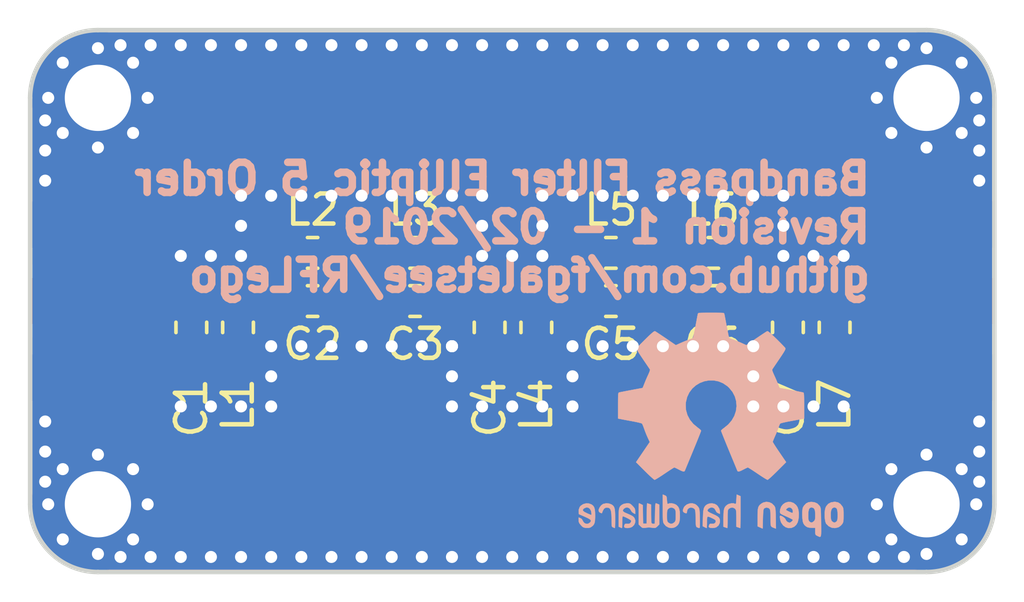
<source format=kicad_pcb>
(kicad_pcb (version 20171130) (host pcbnew "(5.0.1-3-g963ef8bb5)")

  (general
    (thickness 1.6)
    (drawings 25)
    (tracks 147)
    (zones 0)
    (modules 21)
    (nets 7)
  )

  (page A4)
  (layers
    (0 F.Cu signal)
    (31 B.Cu signal)
    (32 B.Adhes user)
    (33 F.Adhes user)
    (34 B.Paste user)
    (35 F.Paste user)
    (36 B.SilkS user)
    (37 F.SilkS user)
    (38 B.Mask user)
    (39 F.Mask user)
    (40 Dwgs.User user)
    (41 Cmts.User user)
    (42 Eco1.User user)
    (43 Eco2.User user)
    (44 Edge.Cuts user)
    (45 Margin user)
    (46 B.CrtYd user)
    (47 F.CrtYd user)
    (48 B.Fab user)
    (49 F.Fab user hide)
  )

  (setup
    (last_trace_width 0.22)
    (trace_clearance 0.2)
    (zone_clearance 0)
    (zone_45_only no)
    (trace_min 0.2)
    (segment_width 0.15)
    (edge_width 0.15)
    (via_size 0.7)
    (via_drill 0.4)
    (via_min_size 0.6)
    (via_min_drill 0.3)
    (uvia_size 0.3)
    (uvia_drill 0.1)
    (uvias_allowed no)
    (uvia_min_size 0.2)
    (uvia_min_drill 0.1)
    (pcb_text_width 0.3)
    (pcb_text_size 1.5 1.5)
    (mod_edge_width 0.15)
    (mod_text_size 1 1)
    (mod_text_width 0.15)
    (pad_size 4.064 1.524)
    (pad_drill 0)
    (pad_to_mask_clearance 0.051)
    (solder_mask_min_width 0.25)
    (aux_axis_origin 100 100)
    (grid_origin 100 100)
    (visible_elements FFFFFF7F)
    (pcbplotparams
      (layerselection 0x010fc_ffffffff)
      (usegerberextensions false)
      (usegerberattributes false)
      (usegerberadvancedattributes false)
      (creategerberjobfile false)
      (excludeedgelayer true)
      (linewidth 0.100000)
      (plotframeref false)
      (viasonmask false)
      (mode 1)
      (useauxorigin true)
      (hpglpennumber 1)
      (hpglpenspeed 20)
      (hpglpendiameter 15.000000)
      (psnegative false)
      (psa4output false)
      (plotreference true)
      (plotvalue true)
      (plotinvisibletext false)
      (padsonsilk false)
      (subtractmaskfromsilk false)
      (outputformat 1)
      (mirror false)
      (drillshape 0)
      (scaleselection 1)
      (outputdirectory ""))
  )

  (net 0 "")
  (net 1 GND)
  (net 2 "Net-(C1-Pad1)")
  (net 3 "Net-(C2-Pad1)")
  (net 4 "Net-(C3-Pad1)")
  (net 5 "Net-(C5-Pad1)")
  (net 6 "Net-(C6-Pad1)")

  (net_class Default "This is the default net class."
    (clearance 0.2)
    (trace_width 0.22)
    (via_dia 0.7)
    (via_drill 0.4)
    (uvia_dia 0.3)
    (uvia_drill 0.1)
    (diff_pair_gap 0.2)
    (diff_pair_width 0.2)
    (add_net GND)
  )

  (net_class "50 Ohm thin" ""
    (clearance 0.19)
    (trace_width 1)
    (via_dia 0.7)
    (via_drill 0.4)
    (uvia_dia 0.3)
    (uvia_drill 0.1)
    (diff_pair_gap 0.2)
    (diff_pair_width 0.2)
    (add_net "Net-(C2-Pad1)")
    (add_net "Net-(C5-Pad1)")
  )

  (net_class 50Ohm ""
    (clearance 0.32)
    (trace_width 1.5)
    (via_dia 0.7)
    (via_drill 0.4)
    (uvia_dia 0.3)
    (uvia_drill 0.1)
    (diff_pair_gap 0.2)
    (diff_pair_width 0.2)
    (add_net "Net-(C1-Pad1)")
    (add_net "Net-(C3-Pad1)")
    (add_net "Net-(C6-Pad1)")
  )

  (module MountingHole:MountingHole_2.2mm_M2_Pad_Via (layer F.Cu) (tedit 5C589B5C) (tstamp 5C654A6F)
    (at 102.25 102.25)
    (descr "Mounting Hole 2.2mm, M2")
    (tags "mounting hole 2.2mm m2")
    (path /5C581276)
    (attr virtual)
    (fp_text reference H1 (at 0 -3.2) (layer F.SilkS) hide
      (effects (font (size 1 1) (thickness 0.15)))
    )
    (fp_text value MountingHole_Pad (at 0 3.2) (layer F.Fab)
      (effects (font (size 1 1) (thickness 0.15)))
    )
    (fp_text user %R (at 0.3 0) (layer F.Fab)
      (effects (font (size 1 1) (thickness 0.15)))
    )
    (fp_circle (center 0 0) (end 2.2 0) (layer Cmts.User) (width 0.15))
    (fp_circle (center 0 0) (end 2.45 0) (layer F.CrtYd) (width 0.05))
    (pad 1 thru_hole circle (at 0 0) (size 4.4 4.4) (drill 2.2) (layers *.Cu *.Mask)
      (net 1 GND))
    (pad 1 thru_hole circle (at 1.65 0) (size 0.7 0.7) (drill 0.4) (layers *.Cu *.Mask)
      (net 1 GND))
    (pad 1 thru_hole circle (at 1.166726 1.166726) (size 0.7 0.7) (drill 0.4) (layers *.Cu *.Mask)
      (net 1 GND))
    (pad 1 thru_hole circle (at 0 1.65) (size 0.7 0.7) (drill 0.4) (layers *.Cu *.Mask)
      (net 1 GND))
    (pad 1 thru_hole circle (at -1.166726 1.166726) (size 0.7 0.7) (drill 0.4) (layers *.Cu *.Mask)
      (net 1 GND))
    (pad 1 thru_hole circle (at -1.65 0) (size 0.7 0.7) (drill 0.4) (layers *.Cu *.Mask)
      (net 1 GND))
    (pad 1 thru_hole circle (at -1.166726 -1.166726) (size 0.7 0.7) (drill 0.4) (layers *.Cu *.Mask)
      (net 1 GND))
    (pad 1 thru_hole circle (at 0 -1.65) (size 0.7 0.7) (drill 0.4) (layers *.Cu *.Mask)
      (net 1 GND))
    (pad 1 thru_hole circle (at 1.166726 -1.166726) (size 0.7 0.7) (drill 0.4) (layers *.Cu *.Mask)
      (net 1 GND))
  )

  (module MountingHole:MountingHole_2.2mm_M2_Pad_Via (layer F.Cu) (tedit 5C589B60) (tstamp 5C654BAF)
    (at 102.25 115.75)
    (descr "Mounting Hole 2.2mm, M2")
    (tags "mounting hole 2.2mm m2")
    (path /5C58129C)
    (attr virtual)
    (fp_text reference H2 (at 0 -3.2) (layer F.SilkS) hide
      (effects (font (size 1 1) (thickness 0.15)))
    )
    (fp_text value MountingHole_Pad (at 0 3.2) (layer F.Fab)
      (effects (font (size 1 1) (thickness 0.15)))
    )
    (fp_circle (center 0 0) (end 2.45 0) (layer F.CrtYd) (width 0.05))
    (fp_circle (center 0 0) (end 2.2 0) (layer Cmts.User) (width 0.15))
    (fp_text user %R (at 0.3 0) (layer F.Fab)
      (effects (font (size 1 1) (thickness 0.15)))
    )
    (pad 1 thru_hole circle (at 1.166726 -1.166726) (size 0.7 0.7) (drill 0.4) (layers *.Cu *.Mask)
      (net 1 GND))
    (pad 1 thru_hole circle (at 0 -1.65) (size 0.7 0.7) (drill 0.4) (layers *.Cu *.Mask)
      (net 1 GND))
    (pad 1 thru_hole circle (at -1.166726 -1.166726) (size 0.7 0.7) (drill 0.4) (layers *.Cu *.Mask)
      (net 1 GND))
    (pad 1 thru_hole circle (at -1.65 0) (size 0.7 0.7) (drill 0.4) (layers *.Cu *.Mask)
      (net 1 GND))
    (pad 1 thru_hole circle (at -1.166726 1.166726) (size 0.7 0.7) (drill 0.4) (layers *.Cu *.Mask)
      (net 1 GND))
    (pad 1 thru_hole circle (at 0 1.65) (size 0.7 0.7) (drill 0.4) (layers *.Cu *.Mask)
      (net 1 GND))
    (pad 1 thru_hole circle (at 1.166726 1.166726) (size 0.7 0.7) (drill 0.4) (layers *.Cu *.Mask)
      (net 1 GND))
    (pad 1 thru_hole circle (at 1.65 0) (size 0.7 0.7) (drill 0.4) (layers *.Cu *.Mask)
      (net 1 GND))
    (pad 1 thru_hole circle (at 0 0) (size 4.4 4.4) (drill 2.2) (layers *.Cu *.Mask)
      (net 1 GND))
  )

  (module MountingHole:MountingHole_2.2mm_M2_Pad_Via (layer F.Cu) (tedit 5C589B6A) (tstamp 5C654A8F)
    (at 129.75 102.25)
    (descr "Mounting Hole 2.2mm, M2")
    (tags "mounting hole 2.2mm m2")
    (path /5C589BDE)
    (attr virtual)
    (fp_text reference H3 (at 0 -3.2) (layer F.SilkS) hide
      (effects (font (size 1 1) (thickness 0.15)))
    )
    (fp_text value MountingHole_Pad (at 0 3.2) (layer F.Fab)
      (effects (font (size 1 1) (thickness 0.15)))
    )
    (fp_text user %R (at 0.3 0) (layer F.Fab)
      (effects (font (size 1 1) (thickness 0.15)))
    )
    (fp_circle (center 0 0) (end 2.2 0) (layer Cmts.User) (width 0.15))
    (fp_circle (center 0 0) (end 2.45 0) (layer F.CrtYd) (width 0.05))
    (pad 1 thru_hole circle (at 0 0) (size 4.4 4.4) (drill 2.2) (layers *.Cu *.Mask)
      (net 1 GND))
    (pad 1 thru_hole circle (at 1.65 0) (size 0.7 0.7) (drill 0.4) (layers *.Cu *.Mask)
      (net 1 GND))
    (pad 1 thru_hole circle (at 1.166726 1.166726) (size 0.7 0.7) (drill 0.4) (layers *.Cu *.Mask)
      (net 1 GND))
    (pad 1 thru_hole circle (at 0 1.65) (size 0.7 0.7) (drill 0.4) (layers *.Cu *.Mask)
      (net 1 GND))
    (pad 1 thru_hole circle (at -1.166726 1.166726) (size 0.7 0.7) (drill 0.4) (layers *.Cu *.Mask)
      (net 1 GND))
    (pad 1 thru_hole circle (at -1.65 0) (size 0.7 0.7) (drill 0.4) (layers *.Cu *.Mask)
      (net 1 GND))
    (pad 1 thru_hole circle (at -1.166726 -1.166726) (size 0.7 0.7) (drill 0.4) (layers *.Cu *.Mask)
      (net 1 GND))
    (pad 1 thru_hole circle (at 0 -1.65) (size 0.7 0.7) (drill 0.4) (layers *.Cu *.Mask)
      (net 1 GND))
    (pad 1 thru_hole circle (at 1.166726 -1.166726) (size 0.7 0.7) (drill 0.4) (layers *.Cu *.Mask)
      (net 1 GND))
  )

  (module MountingHole:MountingHole_2.2mm_M2_Pad_Via (layer F.Cu) (tedit 5C589B67) (tstamp 5C654A9F)
    (at 129.75 115.75)
    (descr "Mounting Hole 2.2mm, M2")
    (tags "mounting hole 2.2mm m2")
    (path /5C589CB1)
    (attr virtual)
    (fp_text reference H4 (at 0 -3.2) (layer F.SilkS) hide
      (effects (font (size 1 1) (thickness 0.15)))
    )
    (fp_text value MountingHole_Pad (at 0 3.2) (layer F.Fab)
      (effects (font (size 1 1) (thickness 0.15)))
    )
    (fp_circle (center 0 0) (end 2.45 0) (layer F.CrtYd) (width 0.05))
    (fp_circle (center 0 0) (end 2.2 0) (layer Cmts.User) (width 0.15))
    (fp_text user %R (at 0.3 0) (layer F.Fab)
      (effects (font (size 1 1) (thickness 0.15)))
    )
    (pad 1 thru_hole circle (at 1.166726 -1.166726) (size 0.7 0.7) (drill 0.4) (layers *.Cu *.Mask)
      (net 1 GND))
    (pad 1 thru_hole circle (at 0 -1.65) (size 0.7 0.7) (drill 0.4) (layers *.Cu *.Mask)
      (net 1 GND))
    (pad 1 thru_hole circle (at -1.166726 -1.166726) (size 0.7 0.7) (drill 0.4) (layers *.Cu *.Mask)
      (net 1 GND))
    (pad 1 thru_hole circle (at -1.65 0) (size 0.7 0.7) (drill 0.4) (layers *.Cu *.Mask)
      (net 1 GND))
    (pad 1 thru_hole circle (at -1.166726 1.166726) (size 0.7 0.7) (drill 0.4) (layers *.Cu *.Mask)
      (net 1 GND))
    (pad 1 thru_hole circle (at 0 1.65) (size 0.7 0.7) (drill 0.4) (layers *.Cu *.Mask)
      (net 1 GND))
    (pad 1 thru_hole circle (at 1.166726 1.166726) (size 0.7 0.7) (drill 0.4) (layers *.Cu *.Mask)
      (net 1 GND))
    (pad 1 thru_hole circle (at 1.65 0) (size 0.7 0.7) (drill 0.4) (layers *.Cu *.Mask)
      (net 1 GND))
    (pad 1 thru_hole circle (at 0 0) (size 4.4 4.4) (drill 2.2) (layers *.Cu *.Mask)
      (net 1 GND))
  )

  (module RFLego_Footprint:SMA_Edge (layer F.Cu) (tedit 5C589B63) (tstamp 5C654AA8)
    (at 100 109)
    (path /5C58165C)
    (fp_text reference J1 (at 2.1336 4.6482) (layer F.SilkS) hide
      (effects (font (size 1 1) (thickness 0.15)))
    )
    (fp_text value SMA (at 1.27 6.35) (layer F.Fab) hide
      (effects (font (size 1 1) (thickness 0.15)))
    )
    (pad 1 smd rect (at 2.032 0) (size 4.064 1.524) (layers F.Cu F.Mask)
      (net 2 "Net-(C1-Pad1)"))
    (pad 2 smd rect (at 2.032 -2.54) (size 4.064 1.524) (layers F.Cu F.Mask)
      (net 1 GND))
    (pad 2 smd rect (at 2.032 2.54) (size 4.064 1.524) (layers B.Cu B.Mask)
      (net 1 GND))
    (pad 2 smd rect (at 2.032 -2.54) (size 4.064 1.524) (layers B.Cu B.Mask)
      (net 1 GND))
    (pad 2 smd rect (at 2.032 2.54) (size 4.064 1.524) (layers F.Cu F.Mask)
      (net 1 GND))
  )

  (module RFLego_Footprint:SMA_Edge (layer F.Cu) (tedit 5C58AA95) (tstamp 5C654AB1)
    (at 127.968 109)
    (path /5C581B40)
    (fp_text reference J2 (at 2.1336 4.6482) (layer F.SilkS) hide
      (effects (font (size 1 1) (thickness 0.15)))
    )
    (fp_text value SMA (at 1.27 6.35) (layer F.Fab) hide
      (effects (font (size 1 1) (thickness 0.15)))
    )
    (pad 2 smd rect (at 2.032 2.54) (size 4.064 1.524) (layers F.Cu F.Mask)
      (net 1 GND))
    (pad 2 smd rect (at 2.032 -2.54) (size 4.064 1.524) (layers B.Cu B.Mask)
      (net 1 GND))
    (pad 2 smd rect (at 2.032 2.54) (size 4.064 1.524) (layers B.Cu B.Mask)
      (net 1 GND))
    (pad 2 smd rect (at 2.032 -2.54) (size 4.064 1.524) (layers F.Cu F.Mask)
      (net 1 GND))
    (pad 1 smd rect (at 2.032 0) (size 4.064 1.524) (layers F.Cu F.Mask)
      (net 6 "Net-(C6-Pad1)"))
  )

  (module Capacitor_SMD:C_0603_1608Metric_Pad1.05x0.95mm_HandSolder (layer F.Cu) (tedit 5B301BBE) (tstamp 5C5DB9BA)
    (at 105.35 109.875 270)
    (descr "Capacitor SMD 0603 (1608 Metric), square (rectangular) end terminal, IPC_7351 nominal with elongated pad for handsoldering. (Body size source: http://www.tortai-tech.com/upload/download/2011102023233369053.pdf), generated with kicad-footprint-generator")
    (tags "capacitor handsolder")
    (path /5C5D9C34)
    (attr smd)
    (fp_text reference C1 (at 2.675 0 270) (layer F.SilkS)
      (effects (font (size 1 1) (thickness 0.15)))
    )
    (fp_text value C (at 0 1.43 270) (layer F.Fab)
      (effects (font (size 1 1) (thickness 0.15)))
    )
    (fp_line (start -0.8 0.4) (end -0.8 -0.4) (layer F.Fab) (width 0.1))
    (fp_line (start -0.8 -0.4) (end 0.8 -0.4) (layer F.Fab) (width 0.1))
    (fp_line (start 0.8 -0.4) (end 0.8 0.4) (layer F.Fab) (width 0.1))
    (fp_line (start 0.8 0.4) (end -0.8 0.4) (layer F.Fab) (width 0.1))
    (fp_line (start -0.171267 -0.51) (end 0.171267 -0.51) (layer F.SilkS) (width 0.12))
    (fp_line (start -0.171267 0.51) (end 0.171267 0.51) (layer F.SilkS) (width 0.12))
    (fp_line (start -1.65 0.73) (end -1.65 -0.73) (layer F.CrtYd) (width 0.05))
    (fp_line (start -1.65 -0.73) (end 1.65 -0.73) (layer F.CrtYd) (width 0.05))
    (fp_line (start 1.65 -0.73) (end 1.65 0.73) (layer F.CrtYd) (width 0.05))
    (fp_line (start 1.65 0.73) (end -1.65 0.73) (layer F.CrtYd) (width 0.05))
    (fp_text user %R (at 0 0 270) (layer F.Fab)
      (effects (font (size 0.4 0.4) (thickness 0.06)))
    )
    (pad 1 smd roundrect (at -0.875 0 270) (size 1.05 0.95) (layers F.Cu F.Paste F.Mask) (roundrect_rratio 0.25)
      (net 2 "Net-(C1-Pad1)"))
    (pad 2 smd roundrect (at 0.875 0 270) (size 1.05 0.95) (layers F.Cu F.Paste F.Mask) (roundrect_rratio 0.25)
      (net 1 GND))
    (model ${KISYS3DMOD}/Capacitor_SMD.3dshapes/C_0603_1608Metric.wrl
      (at (xyz 0 0 0))
      (scale (xyz 1 1 1))
      (rotate (xyz 0 0 0))
    )
  )

  (module Capacitor_SMD:C_0603_1608Metric_Pad1.05x0.95mm_HandSolder (layer F.Cu) (tedit 5B301BBE) (tstamp 5C5D9BF2)
    (at 109.375 109 180)
    (descr "Capacitor SMD 0603 (1608 Metric), square (rectangular) end terminal, IPC_7351 nominal with elongated pad for handsoldering. (Body size source: http://www.tortai-tech.com/upload/download/2011102023233369053.pdf), generated with kicad-footprint-generator")
    (tags "capacitor handsolder")
    (path /5C5D9DD4)
    (attr smd)
    (fp_text reference C2 (at 0 -1.43 180) (layer F.SilkS)
      (effects (font (size 1 1) (thickness 0.15)))
    )
    (fp_text value C (at 0 1.43 180) (layer F.Fab)
      (effects (font (size 1 1) (thickness 0.15)))
    )
    (fp_line (start -0.8 0.4) (end -0.8 -0.4) (layer F.Fab) (width 0.1))
    (fp_line (start -0.8 -0.4) (end 0.8 -0.4) (layer F.Fab) (width 0.1))
    (fp_line (start 0.8 -0.4) (end 0.8 0.4) (layer F.Fab) (width 0.1))
    (fp_line (start 0.8 0.4) (end -0.8 0.4) (layer F.Fab) (width 0.1))
    (fp_line (start -0.171267 -0.51) (end 0.171267 -0.51) (layer F.SilkS) (width 0.12))
    (fp_line (start -0.171267 0.51) (end 0.171267 0.51) (layer F.SilkS) (width 0.12))
    (fp_line (start -1.65 0.73) (end -1.65 -0.73) (layer F.CrtYd) (width 0.05))
    (fp_line (start -1.65 -0.73) (end 1.65 -0.73) (layer F.CrtYd) (width 0.05))
    (fp_line (start 1.65 -0.73) (end 1.65 0.73) (layer F.CrtYd) (width 0.05))
    (fp_line (start 1.65 0.73) (end -1.65 0.73) (layer F.CrtYd) (width 0.05))
    (fp_text user %R (at 0 0 180) (layer F.Fab)
      (effects (font (size 0.4 0.4) (thickness 0.06)))
    )
    (pad 1 smd roundrect (at -0.875 0 180) (size 1.05 0.95) (layers F.Cu F.Paste F.Mask) (roundrect_rratio 0.25)
      (net 3 "Net-(C2-Pad1)"))
    (pad 2 smd roundrect (at 0.875 0 180) (size 1.05 0.95) (layers F.Cu F.Paste F.Mask) (roundrect_rratio 0.25)
      (net 2 "Net-(C1-Pad1)"))
    (model ${KISYS3DMOD}/Capacitor_SMD.3dshapes/C_0603_1608Metric.wrl
      (at (xyz 0 0 0))
      (scale (xyz 1 1 1))
      (rotate (xyz 0 0 0))
    )
  )

  (module Capacitor_SMD:C_0603_1608Metric_Pad1.05x0.95mm_HandSolder (layer F.Cu) (tedit 5B301BBE) (tstamp 5C5D9C03)
    (at 112.775 109 180)
    (descr "Capacitor SMD 0603 (1608 Metric), square (rectangular) end terminal, IPC_7351 nominal with elongated pad for handsoldering. (Body size source: http://www.tortai-tech.com/upload/download/2011102023233369053.pdf), generated with kicad-footprint-generator")
    (tags "capacitor handsolder")
    (path /5C5D9E46)
    (attr smd)
    (fp_text reference C3 (at 0 -1.43 180) (layer F.SilkS)
      (effects (font (size 1 1) (thickness 0.15)))
    )
    (fp_text value C (at 0 1.43 180) (layer F.Fab)
      (effects (font (size 1 1) (thickness 0.15)))
    )
    (fp_text user %R (at 0 0 180) (layer F.Fab)
      (effects (font (size 0.4 0.4) (thickness 0.06)))
    )
    (fp_line (start 1.65 0.73) (end -1.65 0.73) (layer F.CrtYd) (width 0.05))
    (fp_line (start 1.65 -0.73) (end 1.65 0.73) (layer F.CrtYd) (width 0.05))
    (fp_line (start -1.65 -0.73) (end 1.65 -0.73) (layer F.CrtYd) (width 0.05))
    (fp_line (start -1.65 0.73) (end -1.65 -0.73) (layer F.CrtYd) (width 0.05))
    (fp_line (start -0.171267 0.51) (end 0.171267 0.51) (layer F.SilkS) (width 0.12))
    (fp_line (start -0.171267 -0.51) (end 0.171267 -0.51) (layer F.SilkS) (width 0.12))
    (fp_line (start 0.8 0.4) (end -0.8 0.4) (layer F.Fab) (width 0.1))
    (fp_line (start 0.8 -0.4) (end 0.8 0.4) (layer F.Fab) (width 0.1))
    (fp_line (start -0.8 -0.4) (end 0.8 -0.4) (layer F.Fab) (width 0.1))
    (fp_line (start -0.8 0.4) (end -0.8 -0.4) (layer F.Fab) (width 0.1))
    (pad 2 smd roundrect (at 0.875 0 180) (size 1.05 0.95) (layers F.Cu F.Paste F.Mask) (roundrect_rratio 0.25)
      (net 3 "Net-(C2-Pad1)"))
    (pad 1 smd roundrect (at -0.875 0 180) (size 1.05 0.95) (layers F.Cu F.Paste F.Mask) (roundrect_rratio 0.25)
      (net 4 "Net-(C3-Pad1)"))
    (model ${KISYS3DMOD}/Capacitor_SMD.3dshapes/C_0603_1608Metric.wrl
      (at (xyz 0 0 0))
      (scale (xyz 1 1 1))
      (rotate (xyz 0 0 0))
    )
  )

  (module Capacitor_SMD:C_0603_1608Metric_Pad1.05x0.95mm_HandSolder (layer F.Cu) (tedit 5B301BBE) (tstamp 5C5D9C14)
    (at 115.25 109.875 270)
    (descr "Capacitor SMD 0603 (1608 Metric), square (rectangular) end terminal, IPC_7351 nominal with elongated pad for handsoldering. (Body size source: http://www.tortai-tech.com/upload/download/2011102023233369053.pdf), generated with kicad-footprint-generator")
    (tags "capacitor handsolder")
    (path /5C5D9CDC)
    (attr smd)
    (fp_text reference C4 (at 2.675 0 270) (layer F.SilkS)
      (effects (font (size 1 1) (thickness 0.15)))
    )
    (fp_text value C (at 0 1.43 270) (layer F.Fab)
      (effects (font (size 1 1) (thickness 0.15)))
    )
    (fp_text user %R (at 0 0 270) (layer F.Fab)
      (effects (font (size 0.4 0.4) (thickness 0.06)))
    )
    (fp_line (start 1.65 0.73) (end -1.65 0.73) (layer F.CrtYd) (width 0.05))
    (fp_line (start 1.65 -0.73) (end 1.65 0.73) (layer F.CrtYd) (width 0.05))
    (fp_line (start -1.65 -0.73) (end 1.65 -0.73) (layer F.CrtYd) (width 0.05))
    (fp_line (start -1.65 0.73) (end -1.65 -0.73) (layer F.CrtYd) (width 0.05))
    (fp_line (start -0.171267 0.51) (end 0.171267 0.51) (layer F.SilkS) (width 0.12))
    (fp_line (start -0.171267 -0.51) (end 0.171267 -0.51) (layer F.SilkS) (width 0.12))
    (fp_line (start 0.8 0.4) (end -0.8 0.4) (layer F.Fab) (width 0.1))
    (fp_line (start 0.8 -0.4) (end 0.8 0.4) (layer F.Fab) (width 0.1))
    (fp_line (start -0.8 -0.4) (end 0.8 -0.4) (layer F.Fab) (width 0.1))
    (fp_line (start -0.8 0.4) (end -0.8 -0.4) (layer F.Fab) (width 0.1))
    (pad 2 smd roundrect (at 0.875 0 270) (size 1.05 0.95) (layers F.Cu F.Paste F.Mask) (roundrect_rratio 0.25)
      (net 1 GND))
    (pad 1 smd roundrect (at -0.875 0 270) (size 1.05 0.95) (layers F.Cu F.Paste F.Mask) (roundrect_rratio 0.25)
      (net 4 "Net-(C3-Pad1)"))
    (model ${KISYS3DMOD}/Capacitor_SMD.3dshapes/C_0603_1608Metric.wrl
      (at (xyz 0 0 0))
      (scale (xyz 1 1 1))
      (rotate (xyz 0 0 0))
    )
  )

  (module Capacitor_SMD:C_0603_1608Metric_Pad1.05x0.95mm_HandSolder (layer F.Cu) (tedit 5B301BBE) (tstamp 5C5D9C25)
    (at 119.275 109 180)
    (descr "Capacitor SMD 0603 (1608 Metric), square (rectangular) end terminal, IPC_7351 nominal with elongated pad for handsoldering. (Body size source: http://www.tortai-tech.com/upload/download/2011102023233369053.pdf), generated with kicad-footprint-generator")
    (tags "capacitor handsolder")
    (path /5C5DA096)
    (attr smd)
    (fp_text reference C5 (at 0 -1.43 180) (layer F.SilkS)
      (effects (font (size 1 1) (thickness 0.15)))
    )
    (fp_text value C (at 0 1.43 180) (layer F.Fab)
      (effects (font (size 1 1) (thickness 0.15)))
    )
    (fp_line (start -0.8 0.4) (end -0.8 -0.4) (layer F.Fab) (width 0.1))
    (fp_line (start -0.8 -0.4) (end 0.8 -0.4) (layer F.Fab) (width 0.1))
    (fp_line (start 0.8 -0.4) (end 0.8 0.4) (layer F.Fab) (width 0.1))
    (fp_line (start 0.8 0.4) (end -0.8 0.4) (layer F.Fab) (width 0.1))
    (fp_line (start -0.171267 -0.51) (end 0.171267 -0.51) (layer F.SilkS) (width 0.12))
    (fp_line (start -0.171267 0.51) (end 0.171267 0.51) (layer F.SilkS) (width 0.12))
    (fp_line (start -1.65 0.73) (end -1.65 -0.73) (layer F.CrtYd) (width 0.05))
    (fp_line (start -1.65 -0.73) (end 1.65 -0.73) (layer F.CrtYd) (width 0.05))
    (fp_line (start 1.65 -0.73) (end 1.65 0.73) (layer F.CrtYd) (width 0.05))
    (fp_line (start 1.65 0.73) (end -1.65 0.73) (layer F.CrtYd) (width 0.05))
    (fp_text user %R (at 0 0 180) (layer F.Fab)
      (effects (font (size 0.4 0.4) (thickness 0.06)))
    )
    (pad 1 smd roundrect (at -0.875 0 180) (size 1.05 0.95) (layers F.Cu F.Paste F.Mask) (roundrect_rratio 0.25)
      (net 5 "Net-(C5-Pad1)"))
    (pad 2 smd roundrect (at 0.875 0 180) (size 1.05 0.95) (layers F.Cu F.Paste F.Mask) (roundrect_rratio 0.25)
      (net 4 "Net-(C3-Pad1)"))
    (model ${KISYS3DMOD}/Capacitor_SMD.3dshapes/C_0603_1608Metric.wrl
      (at (xyz 0 0 0))
      (scale (xyz 1 1 1))
      (rotate (xyz 0 0 0))
    )
  )

  (module Capacitor_SMD:C_0603_1608Metric_Pad1.05x0.95mm_HandSolder (layer F.Cu) (tedit 5B301BBE) (tstamp 5C5D9C36)
    (at 122.675 109 180)
    (descr "Capacitor SMD 0603 (1608 Metric), square (rectangular) end terminal, IPC_7351 nominal with elongated pad for handsoldering. (Body size source: http://www.tortai-tech.com/upload/download/2011102023233369053.pdf), generated with kicad-footprint-generator")
    (tags "capacitor handsolder")
    (path /5C5DA137)
    (attr smd)
    (fp_text reference C6 (at 0 -1.43 180) (layer F.SilkS)
      (effects (font (size 1 1) (thickness 0.15)))
    )
    (fp_text value C (at 0 1.43 180) (layer F.Fab)
      (effects (font (size 1 1) (thickness 0.15)))
    )
    (fp_text user %R (at 0 0 180) (layer F.Fab)
      (effects (font (size 0.4 0.4) (thickness 0.06)))
    )
    (fp_line (start 1.65 0.73) (end -1.65 0.73) (layer F.CrtYd) (width 0.05))
    (fp_line (start 1.65 -0.73) (end 1.65 0.73) (layer F.CrtYd) (width 0.05))
    (fp_line (start -1.65 -0.73) (end 1.65 -0.73) (layer F.CrtYd) (width 0.05))
    (fp_line (start -1.65 0.73) (end -1.65 -0.73) (layer F.CrtYd) (width 0.05))
    (fp_line (start -0.171267 0.51) (end 0.171267 0.51) (layer F.SilkS) (width 0.12))
    (fp_line (start -0.171267 -0.51) (end 0.171267 -0.51) (layer F.SilkS) (width 0.12))
    (fp_line (start 0.8 0.4) (end -0.8 0.4) (layer F.Fab) (width 0.1))
    (fp_line (start 0.8 -0.4) (end 0.8 0.4) (layer F.Fab) (width 0.1))
    (fp_line (start -0.8 -0.4) (end 0.8 -0.4) (layer F.Fab) (width 0.1))
    (fp_line (start -0.8 0.4) (end -0.8 -0.4) (layer F.Fab) (width 0.1))
    (pad 2 smd roundrect (at 0.875 0 180) (size 1.05 0.95) (layers F.Cu F.Paste F.Mask) (roundrect_rratio 0.25)
      (net 5 "Net-(C5-Pad1)"))
    (pad 1 smd roundrect (at -0.875 0 180) (size 1.05 0.95) (layers F.Cu F.Paste F.Mask) (roundrect_rratio 0.25)
      (net 6 "Net-(C6-Pad1)"))
    (model ${KISYS3DMOD}/Capacitor_SMD.3dshapes/C_0603_1608Metric.wrl
      (at (xyz 0 0 0))
      (scale (xyz 1 1 1))
      (rotate (xyz 0 0 0))
    )
  )

  (module Capacitor_SMD:C_0603_1608Metric_Pad1.05x0.95mm_HandSolder (layer F.Cu) (tedit 5B301BBE) (tstamp 5C5DA7D1)
    (at 125.15 109.875 270)
    (descr "Capacitor SMD 0603 (1608 Metric), square (rectangular) end terminal, IPC_7351 nominal with elongated pad for handsoldering. (Body size source: http://www.tortai-tech.com/upload/download/2011102023233369053.pdf), generated with kicad-footprint-generator")
    (tags "capacitor handsolder")
    (path /5C5DA228)
    (attr smd)
    (fp_text reference C7 (at 2.675 0 270) (layer F.SilkS)
      (effects (font (size 1 1) (thickness 0.15)))
    )
    (fp_text value C (at 0 1.43 270) (layer F.Fab)
      (effects (font (size 1 1) (thickness 0.15)))
    )
    (fp_line (start -0.8 0.4) (end -0.8 -0.4) (layer F.Fab) (width 0.1))
    (fp_line (start -0.8 -0.4) (end 0.8 -0.4) (layer F.Fab) (width 0.1))
    (fp_line (start 0.8 -0.4) (end 0.8 0.4) (layer F.Fab) (width 0.1))
    (fp_line (start 0.8 0.4) (end -0.8 0.4) (layer F.Fab) (width 0.1))
    (fp_line (start -0.171267 -0.51) (end 0.171267 -0.51) (layer F.SilkS) (width 0.12))
    (fp_line (start -0.171267 0.51) (end 0.171267 0.51) (layer F.SilkS) (width 0.12))
    (fp_line (start -1.65 0.73) (end -1.65 -0.73) (layer F.CrtYd) (width 0.05))
    (fp_line (start -1.65 -0.73) (end 1.65 -0.73) (layer F.CrtYd) (width 0.05))
    (fp_line (start 1.65 -0.73) (end 1.65 0.73) (layer F.CrtYd) (width 0.05))
    (fp_line (start 1.65 0.73) (end -1.65 0.73) (layer F.CrtYd) (width 0.05))
    (fp_text user %R (at 0 0 270) (layer F.Fab)
      (effects (font (size 0.4 0.4) (thickness 0.06)))
    )
    (pad 1 smd roundrect (at -0.875 0 270) (size 1.05 0.95) (layers F.Cu F.Paste F.Mask) (roundrect_rratio 0.25)
      (net 6 "Net-(C6-Pad1)"))
    (pad 2 smd roundrect (at 0.875 0 270) (size 1.05 0.95) (layers F.Cu F.Paste F.Mask) (roundrect_rratio 0.25)
      (net 1 GND))
    (model ${KISYS3DMOD}/Capacitor_SMD.3dshapes/C_0603_1608Metric.wrl
      (at (xyz 0 0 0))
      (scale (xyz 1 1 1))
      (rotate (xyz 0 0 0))
    )
  )

  (module Inductor_SMD:L_0603_1608Metric_Pad1.05x0.95mm_HandSolder (layer F.Cu) (tedit 5B301BBE) (tstamp 5C5D9C58)
    (at 106.9 109.875 270)
    (descr "Capacitor SMD 0603 (1608 Metric), square (rectangular) end terminal, IPC_7351 nominal with elongated pad for handsoldering. (Body size source: http://www.tortai-tech.com/upload/download/2011102023233369053.pdf), generated with kicad-footprint-generator")
    (tags "inductor handsolder")
    (path /5C5DA5A2)
    (attr smd)
    (fp_text reference L1 (at 2.575 0 270) (layer F.SilkS)
      (effects (font (size 1 1) (thickness 0.15)))
    )
    (fp_text value L (at 0 1.43 270) (layer F.Fab)
      (effects (font (size 1 1) (thickness 0.15)))
    )
    (fp_line (start -0.8 0.4) (end -0.8 -0.4) (layer F.Fab) (width 0.1))
    (fp_line (start -0.8 -0.4) (end 0.8 -0.4) (layer F.Fab) (width 0.1))
    (fp_line (start 0.8 -0.4) (end 0.8 0.4) (layer F.Fab) (width 0.1))
    (fp_line (start 0.8 0.4) (end -0.8 0.4) (layer F.Fab) (width 0.1))
    (fp_line (start -0.171267 -0.51) (end 0.171267 -0.51) (layer F.SilkS) (width 0.12))
    (fp_line (start -0.171267 0.51) (end 0.171267 0.51) (layer F.SilkS) (width 0.12))
    (fp_line (start -1.65 0.73) (end -1.65 -0.73) (layer F.CrtYd) (width 0.05))
    (fp_line (start -1.65 -0.73) (end 1.65 -0.73) (layer F.CrtYd) (width 0.05))
    (fp_line (start 1.65 -0.73) (end 1.65 0.73) (layer F.CrtYd) (width 0.05))
    (fp_line (start 1.65 0.73) (end -1.65 0.73) (layer F.CrtYd) (width 0.05))
    (fp_text user %R (at 0 0 270) (layer F.Fab)
      (effects (font (size 0.4 0.4) (thickness 0.06)))
    )
    (pad 1 smd roundrect (at -0.875 0 270) (size 1.05 0.95) (layers F.Cu F.Paste F.Mask) (roundrect_rratio 0.25)
      (net 2 "Net-(C1-Pad1)"))
    (pad 2 smd roundrect (at 0.875 0 270) (size 1.05 0.95) (layers F.Cu F.Paste F.Mask) (roundrect_rratio 0.25)
      (net 1 GND))
    (model ${KISYS3DMOD}/Inductor_SMD.3dshapes/L_0603_1608Metric.wrl
      (at (xyz 0 0 0))
      (scale (xyz 1 1 1))
      (rotate (xyz 0 0 0))
    )
  )

  (module Inductor_SMD:L_0603_1608Metric_Pad1.05x0.95mm_HandSolder (layer F.Cu) (tedit 5B301BBE) (tstamp 5C5D9C69)
    (at 109.375 107.4)
    (descr "Capacitor SMD 0603 (1608 Metric), square (rectangular) end terminal, IPC_7351 nominal with elongated pad for handsoldering. (Body size source: http://www.tortai-tech.com/upload/download/2011102023233369053.pdf), generated with kicad-footprint-generator")
    (tags "inductor handsolder")
    (path /5C5DA8EE)
    (attr smd)
    (fp_text reference L2 (at 0 -1.43) (layer F.SilkS)
      (effects (font (size 1 1) (thickness 0.15)))
    )
    (fp_text value L (at 0 1.43) (layer F.Fab)
      (effects (font (size 1 1) (thickness 0.15)))
    )
    (fp_text user %R (at 0 0) (layer F.Fab)
      (effects (font (size 0.4 0.4) (thickness 0.06)))
    )
    (fp_line (start 1.65 0.73) (end -1.65 0.73) (layer F.CrtYd) (width 0.05))
    (fp_line (start 1.65 -0.73) (end 1.65 0.73) (layer F.CrtYd) (width 0.05))
    (fp_line (start -1.65 -0.73) (end 1.65 -0.73) (layer F.CrtYd) (width 0.05))
    (fp_line (start -1.65 0.73) (end -1.65 -0.73) (layer F.CrtYd) (width 0.05))
    (fp_line (start -0.171267 0.51) (end 0.171267 0.51) (layer F.SilkS) (width 0.12))
    (fp_line (start -0.171267 -0.51) (end 0.171267 -0.51) (layer F.SilkS) (width 0.12))
    (fp_line (start 0.8 0.4) (end -0.8 0.4) (layer F.Fab) (width 0.1))
    (fp_line (start 0.8 -0.4) (end 0.8 0.4) (layer F.Fab) (width 0.1))
    (fp_line (start -0.8 -0.4) (end 0.8 -0.4) (layer F.Fab) (width 0.1))
    (fp_line (start -0.8 0.4) (end -0.8 -0.4) (layer F.Fab) (width 0.1))
    (pad 2 smd roundrect (at 0.875 0) (size 1.05 0.95) (layers F.Cu F.Paste F.Mask) (roundrect_rratio 0.25)
      (net 3 "Net-(C2-Pad1)"))
    (pad 1 smd roundrect (at -0.875 0) (size 1.05 0.95) (layers F.Cu F.Paste F.Mask) (roundrect_rratio 0.25)
      (net 2 "Net-(C1-Pad1)"))
    (model ${KISYS3DMOD}/Inductor_SMD.3dshapes/L_0603_1608Metric.wrl
      (at (xyz 0 0 0))
      (scale (xyz 1 1 1))
      (rotate (xyz 0 0 0))
    )
  )

  (module Inductor_SMD:L_0603_1608Metric_Pad1.05x0.95mm_HandSolder (layer F.Cu) (tedit 5B301BBE) (tstamp 5C5D9C7A)
    (at 112.775 107.4)
    (descr "Capacitor SMD 0603 (1608 Metric), square (rectangular) end terminal, IPC_7351 nominal with elongated pad for handsoldering. (Body size source: http://www.tortai-tech.com/upload/download/2011102023233369053.pdf), generated with kicad-footprint-generator")
    (tags "inductor handsolder")
    (path /5C5DAA65)
    (attr smd)
    (fp_text reference L3 (at 0 -1.43) (layer F.SilkS)
      (effects (font (size 1 1) (thickness 0.15)))
    )
    (fp_text value L (at 0 1.43) (layer F.Fab)
      (effects (font (size 1 1) (thickness 0.15)))
    )
    (fp_line (start -0.8 0.4) (end -0.8 -0.4) (layer F.Fab) (width 0.1))
    (fp_line (start -0.8 -0.4) (end 0.8 -0.4) (layer F.Fab) (width 0.1))
    (fp_line (start 0.8 -0.4) (end 0.8 0.4) (layer F.Fab) (width 0.1))
    (fp_line (start 0.8 0.4) (end -0.8 0.4) (layer F.Fab) (width 0.1))
    (fp_line (start -0.171267 -0.51) (end 0.171267 -0.51) (layer F.SilkS) (width 0.12))
    (fp_line (start -0.171267 0.51) (end 0.171267 0.51) (layer F.SilkS) (width 0.12))
    (fp_line (start -1.65 0.73) (end -1.65 -0.73) (layer F.CrtYd) (width 0.05))
    (fp_line (start -1.65 -0.73) (end 1.65 -0.73) (layer F.CrtYd) (width 0.05))
    (fp_line (start 1.65 -0.73) (end 1.65 0.73) (layer F.CrtYd) (width 0.05))
    (fp_line (start 1.65 0.73) (end -1.65 0.73) (layer F.CrtYd) (width 0.05))
    (fp_text user %R (at 0 0) (layer F.Fab)
      (effects (font (size 0.4 0.4) (thickness 0.06)))
    )
    (pad 1 smd roundrect (at -0.875 0) (size 1.05 0.95) (layers F.Cu F.Paste F.Mask) (roundrect_rratio 0.25)
      (net 3 "Net-(C2-Pad1)"))
    (pad 2 smd roundrect (at 0.875 0) (size 1.05 0.95) (layers F.Cu F.Paste F.Mask) (roundrect_rratio 0.25)
      (net 4 "Net-(C3-Pad1)"))
    (model ${KISYS3DMOD}/Inductor_SMD.3dshapes/L_0603_1608Metric.wrl
      (at (xyz 0 0 0))
      (scale (xyz 1 1 1))
      (rotate (xyz 0 0 0))
    )
  )

  (module Inductor_SMD:L_0603_1608Metric_Pad1.05x0.95mm_HandSolder (layer F.Cu) (tedit 5B301BBE) (tstamp 5C5D9C8B)
    (at 116.8 109.875 270)
    (descr "Capacitor SMD 0603 (1608 Metric), square (rectangular) end terminal, IPC_7351 nominal with elongated pad for handsoldering. (Body size source: http://www.tortai-tech.com/upload/download/2011102023233369053.pdf), generated with kicad-footprint-generator")
    (tags "inductor handsolder")
    (path /5C5DA668)
    (attr smd)
    (fp_text reference L4 (at 2.575 0 270) (layer F.SilkS)
      (effects (font (size 1 1) (thickness 0.15)))
    )
    (fp_text value L (at 0 1.43 270) (layer F.Fab)
      (effects (font (size 1 1) (thickness 0.15)))
    )
    (fp_text user %R (at 0 0 270) (layer F.Fab)
      (effects (font (size 0.4 0.4) (thickness 0.06)))
    )
    (fp_line (start 1.65 0.73) (end -1.65 0.73) (layer F.CrtYd) (width 0.05))
    (fp_line (start 1.65 -0.73) (end 1.65 0.73) (layer F.CrtYd) (width 0.05))
    (fp_line (start -1.65 -0.73) (end 1.65 -0.73) (layer F.CrtYd) (width 0.05))
    (fp_line (start -1.65 0.73) (end -1.65 -0.73) (layer F.CrtYd) (width 0.05))
    (fp_line (start -0.171267 0.51) (end 0.171267 0.51) (layer F.SilkS) (width 0.12))
    (fp_line (start -0.171267 -0.51) (end 0.171267 -0.51) (layer F.SilkS) (width 0.12))
    (fp_line (start 0.8 0.4) (end -0.8 0.4) (layer F.Fab) (width 0.1))
    (fp_line (start 0.8 -0.4) (end 0.8 0.4) (layer F.Fab) (width 0.1))
    (fp_line (start -0.8 -0.4) (end 0.8 -0.4) (layer F.Fab) (width 0.1))
    (fp_line (start -0.8 0.4) (end -0.8 -0.4) (layer F.Fab) (width 0.1))
    (pad 2 smd roundrect (at 0.875 0 270) (size 1.05 0.95) (layers F.Cu F.Paste F.Mask) (roundrect_rratio 0.25)
      (net 1 GND))
    (pad 1 smd roundrect (at -0.875 0 270) (size 1.05 0.95) (layers F.Cu F.Paste F.Mask) (roundrect_rratio 0.25)
      (net 4 "Net-(C3-Pad1)"))
    (model ${KISYS3DMOD}/Inductor_SMD.3dshapes/L_0603_1608Metric.wrl
      (at (xyz 0 0 0))
      (scale (xyz 1 1 1))
      (rotate (xyz 0 0 0))
    )
  )

  (module Inductor_SMD:L_0603_1608Metric_Pad1.05x0.95mm_HandSolder (layer F.Cu) (tedit 5B301BBE) (tstamp 5C5D9C9C)
    (at 119.275 107.4)
    (descr "Capacitor SMD 0603 (1608 Metric), square (rectangular) end terminal, IPC_7351 nominal with elongated pad for handsoldering. (Body size source: http://www.tortai-tech.com/upload/download/2011102023233369053.pdf), generated with kicad-footprint-generator")
    (tags "inductor handsolder")
    (path /5C5DAB49)
    (attr smd)
    (fp_text reference L5 (at 0 -1.43) (layer F.SilkS)
      (effects (font (size 1 1) (thickness 0.15)))
    )
    (fp_text value L (at 0 1.43) (layer F.Fab)
      (effects (font (size 1 1) (thickness 0.15)))
    )
    (fp_text user %R (at 0 0) (layer F.Fab)
      (effects (font (size 0.4 0.4) (thickness 0.06)))
    )
    (fp_line (start 1.65 0.73) (end -1.65 0.73) (layer F.CrtYd) (width 0.05))
    (fp_line (start 1.65 -0.73) (end 1.65 0.73) (layer F.CrtYd) (width 0.05))
    (fp_line (start -1.65 -0.73) (end 1.65 -0.73) (layer F.CrtYd) (width 0.05))
    (fp_line (start -1.65 0.73) (end -1.65 -0.73) (layer F.CrtYd) (width 0.05))
    (fp_line (start -0.171267 0.51) (end 0.171267 0.51) (layer F.SilkS) (width 0.12))
    (fp_line (start -0.171267 -0.51) (end 0.171267 -0.51) (layer F.SilkS) (width 0.12))
    (fp_line (start 0.8 0.4) (end -0.8 0.4) (layer F.Fab) (width 0.1))
    (fp_line (start 0.8 -0.4) (end 0.8 0.4) (layer F.Fab) (width 0.1))
    (fp_line (start -0.8 -0.4) (end 0.8 -0.4) (layer F.Fab) (width 0.1))
    (fp_line (start -0.8 0.4) (end -0.8 -0.4) (layer F.Fab) (width 0.1))
    (pad 2 smd roundrect (at 0.875 0) (size 1.05 0.95) (layers F.Cu F.Paste F.Mask) (roundrect_rratio 0.25)
      (net 5 "Net-(C5-Pad1)"))
    (pad 1 smd roundrect (at -0.875 0) (size 1.05 0.95) (layers F.Cu F.Paste F.Mask) (roundrect_rratio 0.25)
      (net 4 "Net-(C3-Pad1)"))
    (model ${KISYS3DMOD}/Inductor_SMD.3dshapes/L_0603_1608Metric.wrl
      (at (xyz 0 0 0))
      (scale (xyz 1 1 1))
      (rotate (xyz 0 0 0))
    )
  )

  (module Inductor_SMD:L_0603_1608Metric_Pad1.05x0.95mm_HandSolder (layer F.Cu) (tedit 5B301BBE) (tstamp 5C5DAAFA)
    (at 122.675 107.4)
    (descr "Capacitor SMD 0603 (1608 Metric), square (rectangular) end terminal, IPC_7351 nominal with elongated pad for handsoldering. (Body size source: http://www.tortai-tech.com/upload/download/2011102023233369053.pdf), generated with kicad-footprint-generator")
    (tags "inductor handsolder")
    (path /5C5DAC10)
    (attr smd)
    (fp_text reference L6 (at 0 -1.43) (layer F.SilkS)
      (effects (font (size 1 1) (thickness 0.15)))
    )
    (fp_text value L (at 0 1.43) (layer F.Fab)
      (effects (font (size 1 1) (thickness 0.15)))
    )
    (fp_line (start -0.8 0.4) (end -0.8 -0.4) (layer F.Fab) (width 0.1))
    (fp_line (start -0.8 -0.4) (end 0.8 -0.4) (layer F.Fab) (width 0.1))
    (fp_line (start 0.8 -0.4) (end 0.8 0.4) (layer F.Fab) (width 0.1))
    (fp_line (start 0.8 0.4) (end -0.8 0.4) (layer F.Fab) (width 0.1))
    (fp_line (start -0.171267 -0.51) (end 0.171267 -0.51) (layer F.SilkS) (width 0.12))
    (fp_line (start -0.171267 0.51) (end 0.171267 0.51) (layer F.SilkS) (width 0.12))
    (fp_line (start -1.65 0.73) (end -1.65 -0.73) (layer F.CrtYd) (width 0.05))
    (fp_line (start -1.65 -0.73) (end 1.65 -0.73) (layer F.CrtYd) (width 0.05))
    (fp_line (start 1.65 -0.73) (end 1.65 0.73) (layer F.CrtYd) (width 0.05))
    (fp_line (start 1.65 0.73) (end -1.65 0.73) (layer F.CrtYd) (width 0.05))
    (fp_text user %R (at 0 0) (layer F.Fab)
      (effects (font (size 0.4 0.4) (thickness 0.06)))
    )
    (pad 1 smd roundrect (at -0.875 0) (size 1.05 0.95) (layers F.Cu F.Paste F.Mask) (roundrect_rratio 0.25)
      (net 5 "Net-(C5-Pad1)"))
    (pad 2 smd roundrect (at 0.875 0) (size 1.05 0.95) (layers F.Cu F.Paste F.Mask) (roundrect_rratio 0.25)
      (net 6 "Net-(C6-Pad1)"))
    (model ${KISYS3DMOD}/Inductor_SMD.3dshapes/L_0603_1608Metric.wrl
      (at (xyz 0 0 0))
      (scale (xyz 1 1 1))
      (rotate (xyz 0 0 0))
    )
  )

  (module Inductor_SMD:L_0603_1608Metric_Pad1.05x0.95mm_HandSolder (layer F.Cu) (tedit 5B301BBE) (tstamp 5C5DA7A1)
    (at 126.7 109.875 270)
    (descr "Capacitor SMD 0603 (1608 Metric), square (rectangular) end terminal, IPC_7351 nominal with elongated pad for handsoldering. (Body size source: http://www.tortai-tech.com/upload/download/2011102023233369053.pdf), generated with kicad-footprint-generator")
    (tags "inductor handsolder")
    (path /5C5DA740)
    (attr smd)
    (fp_text reference L7 (at 2.575 0 270) (layer F.SilkS)
      (effects (font (size 1 1) (thickness 0.15)))
    )
    (fp_text value L (at 0 1.43 270) (layer F.Fab)
      (effects (font (size 1 1) (thickness 0.15)))
    )
    (fp_line (start -0.8 0.4) (end -0.8 -0.4) (layer F.Fab) (width 0.1))
    (fp_line (start -0.8 -0.4) (end 0.8 -0.4) (layer F.Fab) (width 0.1))
    (fp_line (start 0.8 -0.4) (end 0.8 0.4) (layer F.Fab) (width 0.1))
    (fp_line (start 0.8 0.4) (end -0.8 0.4) (layer F.Fab) (width 0.1))
    (fp_line (start -0.171267 -0.51) (end 0.171267 -0.51) (layer F.SilkS) (width 0.12))
    (fp_line (start -0.171267 0.51) (end 0.171267 0.51) (layer F.SilkS) (width 0.12))
    (fp_line (start -1.65 0.73) (end -1.65 -0.73) (layer F.CrtYd) (width 0.05))
    (fp_line (start -1.65 -0.73) (end 1.65 -0.73) (layer F.CrtYd) (width 0.05))
    (fp_line (start 1.65 -0.73) (end 1.65 0.73) (layer F.CrtYd) (width 0.05))
    (fp_line (start 1.65 0.73) (end -1.65 0.73) (layer F.CrtYd) (width 0.05))
    (fp_text user %R (at 0 0 270) (layer F.Fab)
      (effects (font (size 0.4 0.4) (thickness 0.06)))
    )
    (pad 1 smd roundrect (at -0.875 0 270) (size 1.05 0.95) (layers F.Cu F.Paste F.Mask) (roundrect_rratio 0.25)
      (net 6 "Net-(C6-Pad1)"))
    (pad 2 smd roundrect (at 0.875 0 270) (size 1.05 0.95) (layers F.Cu F.Paste F.Mask) (roundrect_rratio 0.25)
      (net 1 GND))
    (model ${KISYS3DMOD}/Inductor_SMD.3dshapes/L_0603_1608Metric.wrl
      (at (xyz 0 0 0))
      (scale (xyz 1 1 1))
      (rotate (xyz 0 0 0))
    )
  )

  (module Symbol:OSHW-Logo2_9.8x8mm_SilkScreen (layer B.Cu) (tedit 0) (tstamp 5C5DB123)
    (at 122.6 113.1 180)
    (descr "Open Source Hardware Symbol")
    (tags "Logo Symbol OSHW")
    (attr virtual)
    (fp_text reference REF** (at 0 0 180) (layer B.SilkS) hide
      (effects (font (size 1 1) (thickness 0.15)) (justify mirror))
    )
    (fp_text value OSHW-Logo2_9.8x8mm_SilkScreen (at 0.75 0 180) (layer B.Fab) hide
      (effects (font (size 1 1) (thickness 0.15)) (justify mirror))
    )
    (fp_poly (pts (xy 0.139878 3.712224) (xy 0.245612 3.711645) (xy 0.322132 3.710078) (xy 0.374372 3.707028)
      (xy 0.407263 3.702004) (xy 0.425737 3.694511) (xy 0.434727 3.684056) (xy 0.439163 3.670147)
      (xy 0.439594 3.668346) (xy 0.446333 3.635855) (xy 0.458808 3.571748) (xy 0.475719 3.482849)
      (xy 0.495771 3.375981) (xy 0.517664 3.257967) (xy 0.518429 3.253822) (xy 0.540359 3.138169)
      (xy 0.560877 3.035986) (xy 0.578659 2.953402) (xy 0.592381 2.896544) (xy 0.600718 2.871542)
      (xy 0.601116 2.871099) (xy 0.625677 2.85889) (xy 0.676315 2.838544) (xy 0.742095 2.814455)
      (xy 0.742461 2.814326) (xy 0.825317 2.783182) (xy 0.923 2.743509) (xy 1.015077 2.703619)
      (xy 1.019434 2.701647) (xy 1.169407 2.63358) (xy 1.501498 2.860361) (xy 1.603374 2.929496)
      (xy 1.695657 2.991303) (xy 1.773003 3.042267) (xy 1.830064 3.078873) (xy 1.861495 3.097606)
      (xy 1.864479 3.098996) (xy 1.887321 3.09281) (xy 1.929982 3.062965) (xy 1.994128 3.008053)
      (xy 2.081421 2.926666) (xy 2.170535 2.840078) (xy 2.256441 2.754753) (xy 2.333327 2.676892)
      (xy 2.396564 2.611303) (xy 2.441523 2.562795) (xy 2.463576 2.536175) (xy 2.464396 2.534805)
      (xy 2.466834 2.516537) (xy 2.45765 2.486705) (xy 2.434574 2.441279) (xy 2.395337 2.37623)
      (xy 2.33767 2.28753) (xy 2.260795 2.173343) (xy 2.19257 2.072838) (xy 2.131582 1.982697)
      (xy 2.081356 1.908151) (xy 2.045416 1.854435) (xy 2.027287 1.826782) (xy 2.026146 1.824905)
      (xy 2.028359 1.79841) (xy 2.045138 1.746914) (xy 2.073142 1.680149) (xy 2.083122 1.658828)
      (xy 2.126672 1.563841) (xy 2.173134 1.456063) (xy 2.210877 1.362808) (xy 2.238073 1.293594)
      (xy 2.259675 1.240994) (xy 2.272158 1.213503) (xy 2.273709 1.211384) (xy 2.296668 1.207876)
      (xy 2.350786 1.198262) (xy 2.428868 1.183911) (xy 2.523719 1.166193) (xy 2.628143 1.146475)
      (xy 2.734944 1.126126) (xy 2.836926 1.106514) (xy 2.926894 1.089009) (xy 2.997653 1.074978)
      (xy 3.042006 1.065791) (xy 3.052885 1.063193) (xy 3.064122 1.056782) (xy 3.072605 1.042303)
      (xy 3.078714 1.014867) (xy 3.082832 0.969589) (xy 3.085341 0.90158) (xy 3.086621 0.805953)
      (xy 3.087054 0.67782) (xy 3.087077 0.625299) (xy 3.087077 0.198155) (xy 2.9845 0.177909)
      (xy 2.927431 0.16693) (xy 2.842269 0.150905) (xy 2.739372 0.131767) (xy 2.629096 0.111449)
      (xy 2.598615 0.105868) (xy 2.496855 0.086083) (xy 2.408205 0.066627) (xy 2.340108 0.049303)
      (xy 2.300004 0.035912) (xy 2.293323 0.031921) (xy 2.276919 0.003658) (xy 2.253399 -0.051109)
      (xy 2.227316 -0.121588) (xy 2.222142 -0.136769) (xy 2.187956 -0.230896) (xy 2.145523 -0.337101)
      (xy 2.103997 -0.432473) (xy 2.103792 -0.432916) (xy 2.03464 -0.582525) (xy 2.489512 -1.251617)
      (xy 2.1975 -1.544116) (xy 2.10918 -1.63117) (xy 2.028625 -1.707909) (xy 1.96036 -1.770237)
      (xy 1.908908 -1.814056) (xy 1.878794 -1.83527) (xy 1.874474 -1.836616) (xy 1.849111 -1.826016)
      (xy 1.797358 -1.796547) (xy 1.724868 -1.751705) (xy 1.637294 -1.694984) (xy 1.542612 -1.631462)
      (xy 1.446516 -1.566668) (xy 1.360837 -1.510287) (xy 1.291016 -1.465788) (xy 1.242494 -1.436639)
      (xy 1.220782 -1.426308) (xy 1.194293 -1.43505) (xy 1.144062 -1.458087) (xy 1.080451 -1.490631)
      (xy 1.073708 -1.494249) (xy 0.988046 -1.53721) (xy 0.929306 -1.558279) (xy 0.892772 -1.558503)
      (xy 0.873731 -1.538928) (xy 0.87362 -1.538654) (xy 0.864102 -1.515472) (xy 0.841403 -1.460441)
      (xy 0.807282 -1.377822) (xy 0.7635 -1.271872) (xy 0.711816 -1.146852) (xy 0.653992 -1.00702)
      (xy 0.597991 -0.871637) (xy 0.536447 -0.722234) (xy 0.479939 -0.583832) (xy 0.430161 -0.460673)
      (xy 0.388806 -0.357002) (xy 0.357568 -0.277059) (xy 0.338141 -0.225088) (xy 0.332154 -0.205692)
      (xy 0.347168 -0.183443) (xy 0.386439 -0.147982) (xy 0.438807 -0.108887) (xy 0.587941 0.014755)
      (xy 0.704511 0.156478) (xy 0.787118 0.313296) (xy 0.834366 0.482225) (xy 0.844857 0.660278)
      (xy 0.837231 0.742461) (xy 0.795682 0.912969) (xy 0.724123 1.063541) (xy 0.626995 1.192691)
      (xy 0.508734 1.298936) (xy 0.37378 1.38079) (xy 0.226571 1.436768) (xy 0.071544 1.465385)
      (xy -0.086861 1.465156) (xy -0.244206 1.434595) (xy -0.396054 1.372218) (xy -0.537965 1.27654)
      (xy -0.597197 1.222428) (xy -0.710797 1.08348) (xy -0.789894 0.931639) (xy -0.835014 0.771333)
      (xy -0.846684 0.606988) (xy -0.825431 0.443029) (xy -0.77178 0.283882) (xy -0.68626 0.133975)
      (xy -0.569395 -0.002267) (xy -0.438807 -0.108887) (xy -0.384412 -0.149642) (xy -0.345986 -0.184718)
      (xy -0.332154 -0.205726) (xy -0.339397 -0.228635) (xy -0.359995 -0.283365) (xy -0.392254 -0.365672)
      (xy -0.434479 -0.471315) (xy -0.484977 -0.59605) (xy -0.542052 -0.735636) (xy -0.598146 -0.87167)
      (xy -0.660033 -1.021201) (xy -0.717356 -1.159767) (xy -0.768356 -1.283107) (xy -0.811273 -1.386964)
      (xy -0.844347 -1.46708) (xy -0.865819 -1.519195) (xy -0.873775 -1.538654) (xy -0.892571 -1.558423)
      (xy -0.928926 -1.558365) (xy -0.987521 -1.537441) (xy -1.073032 -1.494613) (xy -1.073708 -1.494249)
      (xy -1.138093 -1.461012) (xy -1.190139 -1.436802) (xy -1.219488 -1.426404) (xy -1.220783 -1.426308)
      (xy -1.242876 -1.436855) (xy -1.291652 -1.466184) (xy -1.361669 -1.510827) (xy -1.447486 -1.567314)
      (xy -1.542612 -1.631462) (xy -1.63946 -1.696411) (xy -1.726747 -1.752896) (xy -1.798819 -1.797421)
      (xy -1.850023 -1.82649) (xy -1.874474 -1.836616) (xy -1.89699 -1.823307) (xy -1.942258 -1.786112)
      (xy -2.005756 -1.729128) (xy -2.082961 -1.656449) (xy -2.169349 -1.572171) (xy -2.197601 -1.544016)
      (xy -2.489713 -1.251416) (xy -2.267369 -0.925104) (xy -2.199798 -0.824897) (xy -2.140493 -0.734963)
      (xy -2.092783 -0.66051) (xy -2.059993 -0.606751) (xy -2.045452 -0.578894) (xy -2.045026 -0.576912)
      (xy -2.052692 -0.550655) (xy -2.073311 -0.497837) (xy -2.103315 -0.42731) (xy -2.124375 -0.380093)
      (xy -2.163752 -0.289694) (xy -2.200835 -0.198366) (xy -2.229585 -0.1212) (xy -2.237395 -0.097692)
      (xy -2.259583 -0.034916) (xy -2.281273 0.013589) (xy -2.293187 0.031921) (xy -2.319477 0.043141)
      (xy -2.376858 0.059046) (xy -2.457882 0.077833) (xy -2.555105 0.097701) (xy -2.598615 0.105868)
      (xy -2.709104 0.126171) (xy -2.815084 0.14583) (xy -2.906199 0.162912) (xy -2.972092 0.175482)
      (xy -2.9845 0.177909) (xy -3.087077 0.198155) (xy -3.087077 0.625299) (xy -3.086847 0.765754)
      (xy -3.085901 0.872021) (xy -3.083859 0.948987) (xy -3.080338 1.00154) (xy -3.074957 1.034567)
      (xy -3.067334 1.052955) (xy -3.057088 1.061592) (xy -3.052885 1.063193) (xy -3.02753 1.068873)
      (xy -2.971516 1.080205) (xy -2.892036 1.095821) (xy -2.796288 1.114353) (xy -2.691467 1.134431)
      (xy -2.584768 1.154688) (xy -2.483387 1.173754) (xy -2.394521 1.190261) (xy -2.325363 1.202841)
      (xy -2.283111 1.210125) (xy -2.27371 1.211384) (xy -2.265193 1.228237) (xy -2.24634 1.27313)
      (xy -2.220676 1.33757) (xy -2.210877 1.362808) (xy -2.171352 1.460314) (xy -2.124808 1.568041)
      (xy -2.083123 1.658828) (xy -2.05245 1.728247) (xy -2.032044 1.78529) (xy -2.025232 1.820223)
      (xy -2.026318 1.824905) (xy -2.040715 1.847009) (xy -2.073588 1.896169) (xy -2.12141 1.967152)
      (xy -2.180652 2.054722) (xy -2.247785 2.153643) (xy -2.261059 2.17317) (xy -2.338954 2.28886)
      (xy -2.396213 2.376956) (xy -2.435119 2.441514) (xy -2.457956 2.486589) (xy -2.467006 2.516237)
      (xy -2.464552 2.534515) (xy -2.464489 2.534631) (xy -2.445173 2.558639) (xy -2.402449 2.605053)
      (xy -2.340949 2.669063) (xy -2.265302 2.745855) (xy -2.180139 2.830618) (xy -2.170535 2.840078)
      (xy -2.06321 2.944011) (xy -1.980385 3.020325) (xy -1.920395 3.070429) (xy -1.881577 3.09573)
      (xy -1.86448 3.098996) (xy -1.839527 3.08475) (xy -1.787745 3.051844) (xy -1.71448 3.003792)
      (xy -1.62508 2.94411) (xy -1.524889 2.876312) (xy -1.501499 2.860361) (xy -1.169407 2.63358)
      (xy -1.019435 2.701647) (xy -0.92823 2.741315) (xy -0.830331 2.781209) (xy -0.746169 2.813017)
      (xy -0.742462 2.814326) (xy -0.676631 2.838424) (xy -0.625884 2.8588) (xy -0.601158 2.871064)
      (xy -0.601116 2.871099) (xy -0.593271 2.893266) (xy -0.579934 2.947783) (xy -0.56243 3.02852)
      (xy -0.542083 3.12935) (xy -0.520218 3.244144) (xy -0.518429 3.253822) (xy -0.496496 3.372096)
      (xy -0.47636 3.479458) (xy -0.45932 3.569083) (xy -0.446672 3.634149) (xy -0.439716 3.667832)
      (xy -0.439594 3.668346) (xy -0.435361 3.682675) (xy -0.427129 3.693493) (xy -0.409967 3.701294)
      (xy -0.378942 3.706571) (xy -0.329122 3.709818) (xy -0.255576 3.711528) (xy -0.153371 3.712193)
      (xy -0.017575 3.712307) (xy 0 3.712308) (xy 0.139878 3.712224)) (layer B.SilkS) (width 0.01))
    (fp_poly (pts (xy 4.245224 -2.647838) (xy 4.322528 -2.698361) (xy 4.359814 -2.74359) (xy 4.389353 -2.825663)
      (xy 4.391699 -2.890607) (xy 4.386385 -2.977445) (xy 4.186115 -3.065103) (xy 4.088739 -3.109887)
      (xy 4.025113 -3.145913) (xy 3.992029 -3.177117) (xy 3.98628 -3.207436) (xy 4.004658 -3.240805)
      (xy 4.024923 -3.262923) (xy 4.083889 -3.298393) (xy 4.148024 -3.300879) (xy 4.206926 -3.273235)
      (xy 4.250197 -3.21832) (xy 4.257936 -3.198928) (xy 4.295006 -3.138364) (xy 4.337654 -3.112552)
      (xy 4.396154 -3.090471) (xy 4.396154 -3.174184) (xy 4.390982 -3.23115) (xy 4.370723 -3.279189)
      (xy 4.328262 -3.334346) (xy 4.321951 -3.341514) (xy 4.27472 -3.390585) (xy 4.234121 -3.41692)
      (xy 4.183328 -3.429035) (xy 4.14122 -3.433003) (xy 4.065902 -3.433991) (xy 4.012286 -3.421466)
      (xy 3.978838 -3.402869) (xy 3.926268 -3.361975) (xy 3.889879 -3.317748) (xy 3.86685 -3.262126)
      (xy 3.854359 -3.187047) (xy 3.849587 -3.084449) (xy 3.849206 -3.032376) (xy 3.850501 -2.969948)
      (xy 3.968471 -2.969948) (xy 3.969839 -3.003438) (xy 3.973249 -3.008923) (xy 3.995753 -3.001472)
      (xy 4.044182 -2.981753) (xy 4.108908 -2.953718) (xy 4.122443 -2.947692) (xy 4.204244 -2.906096)
      (xy 4.249312 -2.869538) (xy 4.259217 -2.835296) (xy 4.235526 -2.800648) (xy 4.21596 -2.785339)
      (xy 4.14536 -2.754721) (xy 4.07928 -2.75978) (xy 4.023959 -2.797151) (xy 3.985636 -2.863473)
      (xy 3.973349 -2.916116) (xy 3.968471 -2.969948) (xy 3.850501 -2.969948) (xy 3.85173 -2.91072)
      (xy 3.861032 -2.82071) (xy 3.87946 -2.755167) (xy 3.90936 -2.706912) (xy 3.95308 -2.668767)
      (xy 3.972141 -2.65644) (xy 4.058726 -2.624336) (xy 4.153522 -2.622316) (xy 4.245224 -2.647838)) (layer B.SilkS) (width 0.01))
    (fp_poly (pts (xy 3.570807 -2.636782) (xy 3.594161 -2.646988) (xy 3.649902 -2.691134) (xy 3.697569 -2.754967)
      (xy 3.727048 -2.823087) (xy 3.731846 -2.85667) (xy 3.71576 -2.903556) (xy 3.680475 -2.928365)
      (xy 3.642644 -2.943387) (xy 3.625321 -2.946155) (xy 3.616886 -2.926066) (xy 3.60023 -2.882351)
      (xy 3.592923 -2.862598) (xy 3.551948 -2.794271) (xy 3.492622 -2.760191) (xy 3.416552 -2.761239)
      (xy 3.410918 -2.762581) (xy 3.370305 -2.781836) (xy 3.340448 -2.819375) (xy 3.320055 -2.879809)
      (xy 3.307836 -2.967751) (xy 3.3025 -3.087813) (xy 3.302 -3.151698) (xy 3.301752 -3.252403)
      (xy 3.300126 -3.321054) (xy 3.295801 -3.364673) (xy 3.287454 -3.390282) (xy 3.273765 -3.404903)
      (xy 3.253411 -3.415558) (xy 3.252234 -3.416095) (xy 3.213038 -3.432667) (xy 3.193619 -3.438769)
      (xy 3.190635 -3.420319) (xy 3.188081 -3.369323) (xy 3.18614 -3.292308) (xy 3.184997 -3.195805)
      (xy 3.184769 -3.125184) (xy 3.185932 -2.988525) (xy 3.190479 -2.884851) (xy 3.199999 -2.808108)
      (xy 3.216081 -2.752246) (xy 3.240313 -2.711212) (xy 3.274286 -2.678954) (xy 3.307833 -2.65644)
      (xy 3.388499 -2.626476) (xy 3.482381 -2.619718) (xy 3.570807 -2.636782)) (layer B.SilkS) (width 0.01))
    (fp_poly (pts (xy 2.887333 -2.633528) (xy 2.94359 -2.659117) (xy 2.987747 -2.690124) (xy 3.020101 -2.724795)
      (xy 3.042438 -2.76952) (xy 3.056546 -2.830692) (xy 3.064211 -2.914701) (xy 3.06722 -3.02794)
      (xy 3.067538 -3.102509) (xy 3.067538 -3.39342) (xy 3.017773 -3.416095) (xy 2.978576 -3.432667)
      (xy 2.959157 -3.438769) (xy 2.955442 -3.42061) (xy 2.952495 -3.371648) (xy 2.950691 -3.300153)
      (xy 2.950308 -3.243385) (xy 2.948661 -3.161371) (xy 2.944222 -3.096309) (xy 2.93774 -3.056467)
      (xy 2.93259 -3.048) (xy 2.897977 -3.056646) (xy 2.84364 -3.078823) (xy 2.780722 -3.108886)
      (xy 2.720368 -3.141192) (xy 2.673721 -3.170098) (xy 2.651926 -3.189961) (xy 2.651839 -3.190175)
      (xy 2.653714 -3.226935) (xy 2.670525 -3.262026) (xy 2.700039 -3.290528) (xy 2.743116 -3.300061)
      (xy 2.779932 -3.29895) (xy 2.832074 -3.298133) (xy 2.859444 -3.310349) (xy 2.875882 -3.342624)
      (xy 2.877955 -3.34871) (xy 2.885081 -3.394739) (xy 2.866024 -3.422687) (xy 2.816353 -3.436007)
      (xy 2.762697 -3.43847) (xy 2.666142 -3.42021) (xy 2.616159 -3.394131) (xy 2.554429 -3.332868)
      (xy 2.52169 -3.25767) (xy 2.518753 -3.178211) (xy 2.546424 -3.104167) (xy 2.588047 -3.057769)
      (xy 2.629604 -3.031793) (xy 2.694922 -2.998907) (xy 2.771038 -2.965557) (xy 2.783726 -2.960461)
      (xy 2.867333 -2.923565) (xy 2.91553 -2.891046) (xy 2.93103 -2.858718) (xy 2.91655 -2.822394)
      (xy 2.891692 -2.794) (xy 2.832939 -2.759039) (xy 2.768293 -2.756417) (xy 2.709008 -2.783358)
      (xy 2.666339 -2.837088) (xy 2.660739 -2.85095) (xy 2.628133 -2.901936) (xy 2.58053 -2.939787)
      (xy 2.520461 -2.97085) (xy 2.520461 -2.882768) (xy 2.523997 -2.828951) (xy 2.539156 -2.786534)
      (xy 2.572768 -2.741279) (xy 2.605035 -2.70642) (xy 2.655209 -2.657062) (xy 2.694193 -2.630547)
      (xy 2.736064 -2.619911) (xy 2.78346 -2.618154) (xy 2.887333 -2.633528)) (layer B.SilkS) (width 0.01))
    (fp_poly (pts (xy 2.395929 -2.636662) (xy 2.398911 -2.688068) (xy 2.401247 -2.766192) (xy 2.402749 -2.864857)
      (xy 2.403231 -2.968343) (xy 2.403231 -3.318533) (xy 2.341401 -3.380363) (xy 2.298793 -3.418462)
      (xy 2.26139 -3.433895) (xy 2.21027 -3.432918) (xy 2.189978 -3.430433) (xy 2.126554 -3.4232)
      (xy 2.074095 -3.419055) (xy 2.061308 -3.418672) (xy 2.018199 -3.421176) (xy 1.956544 -3.427462)
      (xy 1.932638 -3.430433) (xy 1.873922 -3.435028) (xy 1.834464 -3.425046) (xy 1.795338 -3.394228)
      (xy 1.781215 -3.380363) (xy 1.719385 -3.318533) (xy 1.719385 -2.663503) (xy 1.76915 -2.640829)
      (xy 1.812002 -2.624034) (xy 1.837073 -2.618154) (xy 1.843501 -2.636736) (xy 1.849509 -2.688655)
      (xy 1.854697 -2.768172) (xy 1.858664 -2.869546) (xy 1.860577 -2.955192) (xy 1.865923 -3.292231)
      (xy 1.91256 -3.298825) (xy 1.954976 -3.294214) (xy 1.97576 -3.279287) (xy 1.98157 -3.251377)
      (xy 1.98653 -3.191925) (xy 1.990246 -3.108466) (xy 1.992324 -3.008532) (xy 1.992624 -2.957104)
      (xy 1.992923 -2.661054) (xy 2.054454 -2.639604) (xy 2.098004 -2.62502) (xy 2.121694 -2.618219)
      (xy 2.122377 -2.618154) (xy 2.124754 -2.636642) (xy 2.127366 -2.687906) (xy 2.129995 -2.765649)
      (xy 2.132421 -2.863574) (xy 2.134115 -2.955192) (xy 2.139461 -3.292231) (xy 2.256692 -3.292231)
      (xy 2.262072 -2.984746) (xy 2.267451 -2.677261) (xy 2.324601 -2.647707) (xy 2.366797 -2.627413)
      (xy 2.39177 -2.618204) (xy 2.392491 -2.618154) (xy 2.395929 -2.636662)) (layer B.SilkS) (width 0.01))
    (fp_poly (pts (xy 1.602081 -2.780289) (xy 1.601833 -2.92632) (xy 1.600872 -3.038655) (xy 1.598794 -3.122678)
      (xy 1.595193 -3.183769) (xy 1.589665 -3.227309) (xy 1.581804 -3.258679) (xy 1.571207 -3.283262)
      (xy 1.563182 -3.297294) (xy 1.496728 -3.373388) (xy 1.41247 -3.421084) (xy 1.319249 -3.438199)
      (xy 1.2259 -3.422546) (xy 1.170312 -3.394418) (xy 1.111957 -3.34576) (xy 1.072186 -3.286333)
      (xy 1.04819 -3.208507) (xy 1.037161 -3.104652) (xy 1.035599 -3.028462) (xy 1.035809 -3.022986)
      (xy 1.172308 -3.022986) (xy 1.173141 -3.110355) (xy 1.176961 -3.168192) (xy 1.185746 -3.206029)
      (xy 1.201474 -3.233398) (xy 1.220266 -3.254042) (xy 1.283375 -3.29389) (xy 1.351137 -3.297295)
      (xy 1.415179 -3.264025) (xy 1.420164 -3.259517) (xy 1.441439 -3.236067) (xy 1.454779 -3.208166)
      (xy 1.462001 -3.166641) (xy 1.464923 -3.102316) (xy 1.465385 -3.0312) (xy 1.464383 -2.941858)
      (xy 1.460238 -2.882258) (xy 1.451236 -2.843089) (xy 1.435667 -2.81504) (xy 1.422902 -2.800144)
      (xy 1.3636 -2.762575) (xy 1.295301 -2.758057) (xy 1.23011 -2.786753) (xy 1.217528 -2.797406)
      (xy 1.196111 -2.821063) (xy 1.182744 -2.849251) (xy 1.175566 -2.891245) (xy 1.172719 -2.956319)
      (xy 1.172308 -3.022986) (xy 1.035809 -3.022986) (xy 1.040322 -2.905765) (xy 1.056362 -2.813577)
      (xy 1.086528 -2.744269) (xy 1.133629 -2.690211) (xy 1.170312 -2.662505) (xy 1.23699 -2.632572)
      (xy 1.314272 -2.618678) (xy 1.38611 -2.622397) (xy 1.426308 -2.6374) (xy 1.442082 -2.64167)
      (xy 1.45255 -2.62575) (xy 1.459856 -2.583089) (xy 1.465385 -2.518106) (xy 1.471437 -2.445732)
      (xy 1.479844 -2.402187) (xy 1.495141 -2.377287) (xy 1.521864 -2.360845) (xy 1.538654 -2.353564)
      (xy 1.602154 -2.326963) (xy 1.602081 -2.780289)) (layer B.SilkS) (width 0.01))
    (fp_poly (pts (xy 0.713362 -2.62467) (xy 0.802117 -2.657421) (xy 0.874022 -2.71535) (xy 0.902144 -2.756128)
      (xy 0.932802 -2.830954) (xy 0.932165 -2.885058) (xy 0.899987 -2.921446) (xy 0.888081 -2.927633)
      (xy 0.836675 -2.946925) (xy 0.810422 -2.941982) (xy 0.80153 -2.909587) (xy 0.801077 -2.891692)
      (xy 0.784797 -2.825859) (xy 0.742365 -2.779807) (xy 0.683388 -2.757564) (xy 0.617475 -2.763161)
      (xy 0.563895 -2.792229) (xy 0.545798 -2.80881) (xy 0.532971 -2.828925) (xy 0.524306 -2.859332)
      (xy 0.518696 -2.906788) (xy 0.515035 -2.97805) (xy 0.512215 -3.079875) (xy 0.511484 -3.112115)
      (xy 0.50882 -3.22241) (xy 0.505792 -3.300036) (xy 0.50125 -3.351396) (xy 0.494046 -3.38289)
      (xy 0.483033 -3.40092) (xy 0.46706 -3.411888) (xy 0.456834 -3.416733) (xy 0.413406 -3.433301)
      (xy 0.387842 -3.438769) (xy 0.379395 -3.420507) (xy 0.374239 -3.365296) (xy 0.372346 -3.272499)
      (xy 0.373689 -3.141478) (xy 0.374107 -3.121269) (xy 0.377058 -3.001733) (xy 0.380548 -2.914449)
      (xy 0.385514 -2.852591) (xy 0.392893 -2.809336) (xy 0.403624 -2.77786) (xy 0.418645 -2.751339)
      (xy 0.426502 -2.739975) (xy 0.471553 -2.689692) (xy 0.52194 -2.650581) (xy 0.528108 -2.647167)
      (xy 0.618458 -2.620212) (xy 0.713362 -2.62467)) (layer B.SilkS) (width 0.01))
    (fp_poly (pts (xy 0.053501 -2.626303) (xy 0.13006 -2.654733) (xy 0.130936 -2.655279) (xy 0.178285 -2.690127)
      (xy 0.213241 -2.730852) (xy 0.237825 -2.783925) (xy 0.254062 -2.855814) (xy 0.263975 -2.952992)
      (xy 0.269586 -3.081928) (xy 0.270077 -3.100298) (xy 0.277141 -3.377287) (xy 0.217695 -3.408028)
      (xy 0.174681 -3.428802) (xy 0.14871 -3.438646) (xy 0.147509 -3.438769) (xy 0.143014 -3.420606)
      (xy 0.139444 -3.371612) (xy 0.137248 -3.300031) (xy 0.136769 -3.242068) (xy 0.136758 -3.14817)
      (xy 0.132466 -3.089203) (xy 0.117503 -3.061079) (xy 0.085482 -3.059706) (xy 0.030014 -3.080998)
      (xy -0.053731 -3.120136) (xy -0.115311 -3.152643) (xy -0.146983 -3.180845) (xy -0.156294 -3.211582)
      (xy -0.156308 -3.213104) (xy -0.140943 -3.266054) (xy -0.095453 -3.29466) (xy -0.025834 -3.298803)
      (xy 0.024313 -3.298084) (xy 0.050754 -3.312527) (xy 0.067243 -3.347218) (xy 0.076733 -3.391416)
      (xy 0.063057 -3.416493) (xy 0.057907 -3.420082) (xy 0.009425 -3.434496) (xy -0.058469 -3.436537)
      (xy -0.128388 -3.426983) (xy -0.177932 -3.409522) (xy -0.24643 -3.351364) (xy -0.285366 -3.270408)
      (xy -0.293077 -3.20716) (xy -0.287193 -3.150111) (xy -0.265899 -3.103542) (xy -0.223735 -3.062181)
      (xy -0.155241 -3.020755) (xy -0.054956 -2.973993) (xy -0.048846 -2.97135) (xy 0.04149 -2.929617)
      (xy 0.097235 -2.895391) (xy 0.121129 -2.864635) (xy 0.115913 -2.833311) (xy 0.084328 -2.797383)
      (xy 0.074883 -2.789116) (xy 0.011617 -2.757058) (xy -0.053936 -2.758407) (xy -0.111028 -2.789838)
      (xy -0.148907 -2.848024) (xy -0.152426 -2.859446) (xy -0.1867 -2.914837) (xy -0.230191 -2.941518)
      (xy -0.293077 -2.96796) (xy -0.293077 -2.899548) (xy -0.273948 -2.80011) (xy -0.217169 -2.708902)
      (xy -0.187622 -2.678389) (xy -0.120458 -2.639228) (xy -0.035044 -2.6215) (xy 0.053501 -2.626303)) (layer B.SilkS) (width 0.01))
    (fp_poly (pts (xy -0.840154 -2.49212) (xy -0.834428 -2.57198) (xy -0.827851 -2.619039) (xy -0.818738 -2.639566)
      (xy -0.805402 -2.639829) (xy -0.801077 -2.637378) (xy -0.743556 -2.619636) (xy -0.668732 -2.620672)
      (xy -0.592661 -2.63891) (xy -0.545082 -2.662505) (xy -0.496298 -2.700198) (xy -0.460636 -2.742855)
      (xy -0.436155 -2.797057) (xy -0.420913 -2.869384) (xy -0.41297 -2.966419) (xy -0.410384 -3.094742)
      (xy -0.410338 -3.119358) (xy -0.410308 -3.39587) (xy -0.471839 -3.41732) (xy -0.515541 -3.431912)
      (xy -0.539518 -3.438706) (xy -0.540223 -3.438769) (xy -0.542585 -3.420345) (xy -0.544594 -3.369526)
      (xy -0.546099 -3.292993) (xy -0.546947 -3.19743) (xy -0.547077 -3.139329) (xy -0.547349 -3.024771)
      (xy -0.548748 -2.942667) (xy -0.552151 -2.886393) (xy -0.558433 -2.849326) (xy -0.568471 -2.824844)
      (xy -0.583139 -2.806325) (xy -0.592298 -2.797406) (xy -0.655211 -2.761466) (xy -0.723864 -2.758775)
      (xy -0.786152 -2.78917) (xy -0.797671 -2.800144) (xy -0.814567 -2.820779) (xy -0.826286 -2.845256)
      (xy -0.833767 -2.880647) (xy -0.837946 -2.934026) (xy -0.839763 -3.012466) (xy -0.840154 -3.120617)
      (xy -0.840154 -3.39587) (xy -0.901685 -3.41732) (xy -0.945387 -3.431912) (xy -0.969364 -3.438706)
      (xy -0.97007 -3.438769) (xy -0.971874 -3.420069) (xy -0.9735 -3.367322) (xy -0.974883 -3.285557)
      (xy -0.975958 -3.179805) (xy -0.97666 -3.055094) (xy -0.976923 -2.916455) (xy -0.976923 -2.381806)
      (xy -0.849923 -2.328236) (xy -0.840154 -2.49212)) (layer B.SilkS) (width 0.01))
    (fp_poly (pts (xy -2.465746 -2.599745) (xy -2.388714 -2.651567) (xy -2.329184 -2.726412) (xy -2.293622 -2.821654)
      (xy -2.286429 -2.891756) (xy -2.287246 -2.921009) (xy -2.294086 -2.943407) (xy -2.312888 -2.963474)
      (xy -2.349592 -2.985733) (xy -2.410138 -3.014709) (xy -2.500466 -3.054927) (xy -2.500923 -3.055129)
      (xy -2.584067 -3.09321) (xy -2.652247 -3.127025) (xy -2.698495 -3.152933) (xy -2.715842 -3.167295)
      (xy -2.715846 -3.167411) (xy -2.700557 -3.198685) (xy -2.664804 -3.233157) (xy -2.623758 -3.25799)
      (xy -2.602963 -3.262923) (xy -2.54623 -3.245862) (xy -2.497373 -3.203133) (xy -2.473535 -3.156155)
      (xy -2.450603 -3.121522) (xy -2.405682 -3.082081) (xy -2.352877 -3.048009) (xy -2.30629 -3.02948)
      (xy -2.296548 -3.028462) (xy -2.285582 -3.045215) (xy -2.284921 -3.088039) (xy -2.29298 -3.145781)
      (xy -2.308173 -3.207289) (xy -2.328914 -3.261409) (xy -2.329962 -3.26351) (xy -2.392379 -3.35066)
      (xy -2.473274 -3.409939) (xy -2.565144 -3.439034) (xy -2.660487 -3.435634) (xy -2.751802 -3.397428)
      (xy -2.755862 -3.394741) (xy -2.827694 -3.329642) (xy -2.874927 -3.244705) (xy -2.901066 -3.133021)
      (xy -2.904574 -3.101643) (xy -2.910787 -2.953536) (xy -2.903339 -2.884468) (xy -2.715846 -2.884468)
      (xy -2.71341 -2.927552) (xy -2.700086 -2.940126) (xy -2.666868 -2.930719) (xy -2.614506 -2.908483)
      (xy -2.555976 -2.88061) (xy -2.554521 -2.879872) (xy -2.504911 -2.853777) (xy -2.485 -2.836363)
      (xy -2.48991 -2.818107) (xy -2.510584 -2.79412) (xy -2.563181 -2.759406) (xy -2.619823 -2.756856)
      (xy -2.670631 -2.782119) (xy -2.705724 -2.830847) (xy -2.715846 -2.884468) (xy -2.903339 -2.884468)
      (xy -2.898008 -2.835036) (xy -2.865222 -2.741055) (xy -2.819579 -2.675215) (xy -2.737198 -2.608681)
      (xy -2.646454 -2.575676) (xy -2.553815 -2.573573) (xy -2.465746 -2.599745)) (layer B.SilkS) (width 0.01))
    (fp_poly (pts (xy -3.983114 -2.587256) (xy -3.891536 -2.635409) (xy -3.823951 -2.712905) (xy -3.799943 -2.762727)
      (xy -3.781262 -2.837533) (xy -3.771699 -2.932052) (xy -3.770792 -3.03521) (xy -3.778079 -3.135935)
      (xy -3.793097 -3.223153) (xy -3.815385 -3.285791) (xy -3.822235 -3.296579) (xy -3.903368 -3.377105)
      (xy -3.999734 -3.425336) (xy -4.104299 -3.43945) (xy -4.210032 -3.417629) (xy -4.239457 -3.404547)
      (xy -4.296759 -3.364231) (xy -4.34705 -3.310775) (xy -4.351803 -3.303995) (xy -4.371122 -3.271321)
      (xy -4.383892 -3.236394) (xy -4.391436 -3.190414) (xy -4.395076 -3.124584) (xy -4.396135 -3.030105)
      (xy -4.396154 -3.008923) (xy -4.396106 -3.002182) (xy -4.200769 -3.002182) (xy -4.199632 -3.091349)
      (xy -4.195159 -3.15052) (xy -4.185754 -3.188741) (xy -4.169824 -3.215053) (xy -4.161692 -3.223846)
      (xy -4.114942 -3.257261) (xy -4.069553 -3.255737) (xy -4.02366 -3.226752) (xy -3.996288 -3.195809)
      (xy -3.980077 -3.150643) (xy -3.970974 -3.07942) (xy -3.970349 -3.071114) (xy -3.968796 -2.942037)
      (xy -3.985035 -2.846172) (xy -4.018848 -2.784107) (xy -4.070016 -2.756432) (xy -4.08828 -2.754923)
      (xy -4.13624 -2.762513) (xy -4.169047 -2.788808) (xy -4.189105 -2.839095) (xy -4.198822 -2.918664)
      (xy -4.200769 -3.002182) (xy -4.396106 -3.002182) (xy -4.395426 -2.908249) (xy -4.392371 -2.837906)
      (xy -4.385678 -2.789163) (xy -4.37404 -2.753288) (xy -4.356147 -2.721548) (xy -4.352192 -2.715648)
      (xy -4.285733 -2.636104) (xy -4.213315 -2.589929) (xy -4.125151 -2.571599) (xy -4.095213 -2.570703)
      (xy -3.983114 -2.587256)) (layer B.SilkS) (width 0.01))
    (fp_poly (pts (xy -1.728336 -2.595089) (xy -1.665633 -2.631358) (xy -1.622039 -2.667358) (xy -1.590155 -2.705075)
      (xy -1.56819 -2.751199) (xy -1.554351 -2.812421) (xy -1.546847 -2.895431) (xy -1.543883 -3.006919)
      (xy -1.543539 -3.087062) (xy -1.543539 -3.382065) (xy -1.709615 -3.456515) (xy -1.719385 -3.133402)
      (xy -1.723421 -3.012729) (xy -1.727656 -2.925141) (xy -1.732903 -2.86465) (xy -1.739975 -2.825268)
      (xy -1.749689 -2.801007) (xy -1.762856 -2.78588) (xy -1.767081 -2.782606) (xy -1.831091 -2.757034)
      (xy -1.895792 -2.767153) (xy -1.934308 -2.794) (xy -1.949975 -2.813024) (xy -1.96082 -2.837988)
      (xy -1.967712 -2.875834) (xy -1.971521 -2.933502) (xy -1.973117 -3.017935) (xy -1.973385 -3.105928)
      (xy -1.973437 -3.216323) (xy -1.975328 -3.294463) (xy -1.981655 -3.347165) (xy -1.995017 -3.381242)
      (xy -2.018015 -3.403511) (xy -2.053246 -3.420787) (xy -2.100303 -3.438738) (xy -2.151697 -3.458278)
      (xy -2.145579 -3.111485) (xy -2.143116 -2.986468) (xy -2.140233 -2.894082) (xy -2.136102 -2.827881)
      (xy -2.129893 -2.78142) (xy -2.120774 -2.748256) (xy -2.107917 -2.721944) (xy -2.092416 -2.698729)
      (xy -2.017629 -2.624569) (xy -1.926372 -2.581684) (xy -1.827117 -2.571412) (xy -1.728336 -2.595089)) (layer B.SilkS) (width 0.01))
    (fp_poly (pts (xy -3.231114 -2.584505) (xy -3.156461 -2.621727) (xy -3.090569 -2.690261) (xy -3.072423 -2.715648)
      (xy -3.052655 -2.748866) (xy -3.039828 -2.784945) (xy -3.03249 -2.833098) (xy -3.029187 -2.902536)
      (xy -3.028462 -2.994206) (xy -3.031737 -3.11983) (xy -3.043123 -3.214154) (xy -3.064959 -3.284523)
      (xy -3.099581 -3.338286) (xy -3.14933 -3.382788) (xy -3.152986 -3.385423) (xy -3.202015 -3.412377)
      (xy -3.261055 -3.425712) (xy -3.336141 -3.429) (xy -3.458205 -3.429) (xy -3.458256 -3.547497)
      (xy -3.459392 -3.613492) (xy -3.466314 -3.652202) (xy -3.484402 -3.675419) (xy -3.519038 -3.694933)
      (xy -3.527355 -3.69892) (xy -3.56628 -3.717603) (xy -3.596417 -3.729403) (xy -3.618826 -3.730422)
      (xy -3.634567 -3.716761) (xy -3.644698 -3.684522) (xy -3.650277 -3.629804) (xy -3.652365 -3.548711)
      (xy -3.652019 -3.437344) (xy -3.6503 -3.291802) (xy -3.649763 -3.248269) (xy -3.647828 -3.098205)
      (xy -3.646096 -3.000042) (xy -3.458308 -3.000042) (xy -3.457252 -3.083364) (xy -3.452562 -3.13788)
      (xy -3.441949 -3.173837) (xy -3.423128 -3.201482) (xy -3.41035 -3.214965) (xy -3.35811 -3.254417)
      (xy -3.311858 -3.257628) (xy -3.264133 -3.225049) (xy -3.262923 -3.223846) (xy -3.243506 -3.198668)
      (xy -3.231693 -3.164447) (xy -3.225735 -3.111748) (xy -3.22388 -3.031131) (xy -3.223846 -3.013271)
      (xy -3.22833 -2.902175) (xy -3.242926 -2.825161) (xy -3.26935 -2.778147) (xy -3.309317 -2.75705)
      (xy -3.332416 -2.754923) (xy -3.387238 -2.7649) (xy -3.424842 -2.797752) (xy -3.447477 -2.857857)
      (xy -3.457394 -2.949598) (xy -3.458308 -3.000042) (xy -3.646096 -3.000042) (xy -3.645778 -2.98206)
      (xy -3.643127 -2.894679) (xy -3.639394 -2.830905) (xy -3.634093 -2.785582) (xy -3.626742 -2.753555)
      (xy -3.616857 -2.729668) (xy -3.603954 -2.708764) (xy -3.598421 -2.700898) (xy -3.525031 -2.626595)
      (xy -3.43224 -2.584467) (xy -3.324904 -2.572722) (xy -3.231114 -2.584505)) (layer B.SilkS) (width 0.01))
  )

  (gr_text "Bandpass FIlter Elliptic 5 Order\nRevision 1 - 02/2019\ngithub.com/fgaletsee/RFLego" (at 128 106.55) (layer B.SilkS)
    (effects (font (size 1 1) (thickness 0.25)) (justify left mirror))
  )
  (gr_arc (start 102.25 115.75) (end 100 115.75) (angle -90) (layer Edge.Cuts) (width 0.15) (tstamp 5C655021))
  (gr_arc (start 102.25 115.75) (end 100 115.75) (angle -90) (layer F.Mask) (width 2) (tstamp 5C655021))
  (gr_arc (start 102.25 102.25) (end 102.25 100) (angle -90) (layer B.Mask) (width 2) (tstamp 5C655021))
  (gr_arc (start 102.25 102.25) (end 102.25 100) (angle -90) (layer F.Mask) (width 2) (tstamp 5C655021))
  (gr_arc (start 129.75 102.25) (end 132 102.25) (angle -90) (layer B.Mask) (width 2) (tstamp 5C654FA2))
  (gr_arc (start 129.75 102.25) (end 132 102.25) (angle -90) (layer F.Mask) (width 2) (tstamp 5C654FA2))
  (gr_arc (start 129.75 115.75) (end 129.75 118) (angle -90) (layer B.Mask) (width 2) (tstamp 5C654FA2))
  (gr_arc (start 129.75 115.75) (end 129.75 118) (angle -90) (layer Edge.Cuts) (width 0.15) (tstamp 5C654FA2))
  (gr_line (start 132 102.25) (end 132 115.75) (layer B.Mask) (width 2) (tstamp 5C654F60))
  (gr_line (start 132 102.25) (end 132 115.75) (layer Edge.Cuts) (width 0.15) (tstamp 5C654F60))
  (gr_line (start 100 102.25) (end 100 115.75) (layer B.Mask) (width 2) (tstamp 5C654F60))
  (gr_line (start 100 102.25) (end 100 115.75) (layer F.Mask) (width 2) (tstamp 5C654F60))
  (gr_line (start 102.25 118) (end 129.75 118) (layer B.Mask) (width 2) (tstamp 5C654E91))
  (gr_line (start 102.25 118) (end 129.75 118) (layer F.Mask) (width 2) (tstamp 5C654E91))
  (gr_line (start 102.25 100) (end 129.75 100) (layer B.Mask) (width 2) (tstamp 5C654E91))
  (gr_line (start 102.25 100) (end 129.75 100) (layer Edge.Cuts) (width 0.15) (tstamp 5C654E91))
  (gr_arc (start 129.75 115.75) (end 129.75 118) (angle -90) (layer F.Mask) (width 2))
  (gr_arc (start 129.75 102.25) (end 132 102.25) (angle -90) (layer Edge.Cuts) (width 0.15))
  (gr_arc (start 102.25 102.25) (end 102.25 100) (angle -90) (layer Edge.Cuts) (width 0.15))
  (gr_arc (start 102.25 115.75) (end 100 115.75) (angle -90) (layer B.Mask) (width 2))
  (gr_line (start 132 102.25) (end 132 115.75) (layer F.Mask) (width 2))
  (gr_line (start 102.25 118) (end 129.75 118) (layer Edge.Cuts) (width 0.15))
  (gr_line (start 100 102.25) (end 100 115.75) (layer Edge.Cuts) (width 0.15))
  (gr_line (start 102.25 100) (end 129.75 100) (layer F.Mask) (width 2))

  (via (at 107 106.5) (size 0.7) (drill 0.4) (layers F.Cu B.Cu) (net 1))
  (via (at 107 105.5) (size 0.7) (drill 0.4) (layers F.Cu B.Cu) (net 1))
  (via (at 108 105.5) (size 0.7) (drill 0.4) (layers F.Cu B.Cu) (net 1))
  (via (at 109 105.5) (size 0.7) (drill 0.4) (layers F.Cu B.Cu) (net 1))
  (via (at 110 105.5) (size 0.7) (drill 0.4) (layers F.Cu B.Cu) (net 1))
  (via (at 111 105.5) (size 0.7) (drill 0.4) (layers F.Cu B.Cu) (net 1))
  (via (at 112 105.5) (size 0.7) (drill 0.4) (layers F.Cu B.Cu) (net 1))
  (via (at 113 105.5) (size 0.7) (drill 0.4) (layers F.Cu B.Cu) (net 1))
  (via (at 114 105.5) (size 0.7) (drill 0.4) (layers F.Cu B.Cu) (net 1))
  (via (at 115 105.5) (size 0.7) (drill 0.4) (layers F.Cu B.Cu) (net 1))
  (via (at 115 106.5) (size 0.7) (drill 0.4) (layers F.Cu B.Cu) (net 1))
  (via (at 115 107.5) (size 0.7) (drill 0.4) (layers F.Cu B.Cu) (net 1))
  (via (at 116 107.5) (size 0.7) (drill 0.4) (layers F.Cu B.Cu) (net 1))
  (via (at 117 107.5) (size 0.7) (drill 0.4) (layers F.Cu B.Cu) (net 1))
  (via (at 117 106.5) (size 0.7) (drill 0.4) (layers F.Cu B.Cu) (net 1))
  (via (at 117 105.5) (size 0.7) (drill 0.4) (layers F.Cu B.Cu) (net 1))
  (via (at 118 105.5) (size 0.7) (drill 0.4) (layers F.Cu B.Cu) (net 1))
  (via (at 119 105.5) (size 0.7) (drill 0.4) (layers F.Cu B.Cu) (net 1))
  (via (at 119 105.5) (size 0.7) (drill 0.4) (layers F.Cu B.Cu) (net 1) (tstamp 5C7843FA))
  (via (at 119 105.5) (size 0.7) (drill 0.4) (layers F.Cu B.Cu) (net 1))
  (via (at 120 105.5) (size 0.7) (drill 0.4) (layers F.Cu B.Cu) (net 1))
  (via (at 121 105.5) (size 0.7) (drill 0.4) (layers F.Cu B.Cu) (net 1))
  (via (at 122 105.5) (size 0.7) (drill 0.4) (layers F.Cu B.Cu) (net 1))
  (via (at 123 105.5) (size 0.7) (drill 0.4) (layers F.Cu B.Cu) (net 1))
  (via (at 124 105.5) (size 0.7) (drill 0.4) (layers F.Cu B.Cu) (net 1))
  (via (at 125 105.5) (size 0.7) (drill 0.4) (layers F.Cu B.Cu) (net 1))
  (via (at 125 106.5) (size 0.7) (drill 0.4) (layers F.Cu B.Cu) (net 1))
  (via (at 125 107.5) (size 0.7) (drill 0.4) (layers F.Cu B.Cu) (net 1))
  (via (at 126 107.5) (size 0.7) (drill 0.4) (layers F.Cu B.Cu) (net 1))
  (via (at 127 107.5) (size 0.7) (drill 0.4) (layers F.Cu B.Cu) (net 1))
  (via (at 110 110.5) (size 0.7) (drill 0.4) (layers F.Cu B.Cu) (net 1))
  (via (at 111 110.5) (size 0.7) (drill 0.4) (layers F.Cu B.Cu) (net 1))
  (via (at 112 110.5) (size 0.7) (drill 0.4) (layers F.Cu B.Cu) (net 1))
  (via (at 113 110.5) (size 0.7) (drill 0.4) (layers F.Cu B.Cu) (net 1))
  (via (at 114 110.5) (size 0.7) (drill 0.4) (layers F.Cu B.Cu) (net 1))
  (via (at 118 110.5) (size 0.7) (drill 0.4) (layers F.Cu B.Cu) (net 1))
  (via (at 119 110.5) (size 0.7) (drill 0.4) (layers F.Cu B.Cu) (net 1))
  (via (at 120 110.5) (size 0.7) (drill 0.4) (layers F.Cu B.Cu) (net 1))
  (via (at 121 110.5) (size 0.7) (drill 0.4) (layers F.Cu B.Cu) (net 1))
  (via (at 122 110.5) (size 0.7) (drill 0.4) (layers F.Cu B.Cu) (net 1))
  (via (at 123 110.5) (size 0.7) (drill 0.4) (layers F.Cu B.Cu) (net 1))
  (via (at 124 110.5) (size 0.7) (drill 0.4) (layers F.Cu B.Cu) (net 1))
  (via (at 124 111.5) (size 0.7) (drill 0.4) (layers F.Cu B.Cu) (net 1))
  (via (at 124 112.5) (size 0.7) (drill 0.4) (layers F.Cu B.Cu) (net 1))
  (via (at 125 112.5) (size 0.7) (drill 0.4) (layers F.Cu B.Cu) (net 1))
  (via (at 126 112.5) (size 0.7) (drill 0.4) (layers F.Cu B.Cu) (net 1))
  (via (at 127 112.5) (size 0.7) (drill 0.4) (layers F.Cu B.Cu) (net 1))
  (via (at 118 111.5) (size 0.7) (drill 0.4) (layers F.Cu B.Cu) (net 1))
  (via (at 118 112.5) (size 0.7) (drill 0.4) (layers F.Cu B.Cu) (net 1))
  (via (at 117 112.5) (size 0.7) (drill 0.4) (layers F.Cu B.Cu) (net 1))
  (via (at 116 112.5) (size 0.7) (drill 0.4) (layers F.Cu B.Cu) (net 1))
  (via (at 115 112.5) (size 0.7) (drill 0.4) (layers F.Cu B.Cu) (net 1))
  (via (at 114 112.5) (size 0.7) (drill 0.4) (layers F.Cu B.Cu) (net 1))
  (via (at 114 110.5) (size 0.7) (drill 0.4) (layers F.Cu B.Cu) (net 1) (tstamp 5C7843FC))
  (via (at 114 110.5) (size 0.7) (drill 0.4) (layers F.Cu B.Cu) (net 1))
  (via (at 114 111.5) (size 0.7) (drill 0.4) (layers F.Cu B.Cu) (net 1))
  (via (at 108 111.5) (size 0.7) (drill 0.4) (layers F.Cu B.Cu) (net 1))
  (via (at 108 112.5) (size 0.7) (drill 0.4) (layers F.Cu B.Cu) (net 1))
  (via (at 107 112.5) (size 0.7) (drill 0.4) (layers F.Cu B.Cu) (net 1))
  (via (at 106 112.5) (size 0.7) (drill 0.4) (layers F.Cu B.Cu) (net 1))
  (via (at 105 112.5) (size 0.7) (drill 0.4) (layers F.Cu B.Cu) (net 1))
  (via (at 131.5 115) (size 0.7) (drill 0.4) (layers F.Cu B.Cu) (net 1) (status 30))
  (via (at 131.5 103) (size 0.7) (drill 0.4) (layers F.Cu B.Cu) (net 1) (status 30))
  (via (at 129 100.5) (size 0.7) (drill 0.4) (layers F.Cu B.Cu) (net 1) (status 30))
  (via (at 103 100.5) (size 0.7) (drill 0.4) (layers F.Cu B.Cu) (net 1) (status 30))
  (via (at 100.5 103) (size 0.7) (drill 0.4) (layers F.Cu B.Cu) (net 1) (status 30))
  (via (at 100.5 115) (size 0.7) (drill 0.4) (layers F.Cu B.Cu) (net 1) (status 30))
  (via (at 129 117.5) (size 0.7) (drill 0.4) (layers F.Cu B.Cu) (net 1) (status 30))
  (via (at 128 117.5) (size 0.7) (drill 0.4) (layers F.Cu B.Cu) (net 1))
  (via (at 127 117.5) (size 0.7) (drill 0.4) (layers F.Cu B.Cu) (net 1))
  (via (at 126 117.5) (size 0.7) (drill 0.4) (layers F.Cu B.Cu) (net 1))
  (via (at 125 117.5) (size 0.7) (drill 0.4) (layers F.Cu B.Cu) (net 1))
  (via (at 124 117.5) (size 0.7) (drill 0.4) (layers F.Cu B.Cu) (net 1))
  (via (at 123 117.5) (size 0.7) (drill 0.4) (layers F.Cu B.Cu) (net 1))
  (via (at 122 117.5) (size 0.7) (drill 0.4) (layers F.Cu B.Cu) (net 1))
  (via (at 121 117.5) (size 0.7) (drill 0.4) (layers F.Cu B.Cu) (net 1))
  (via (at 120 117.5) (size 0.7) (drill 0.4) (layers F.Cu B.Cu) (net 1))
  (via (at 119 117.5) (size 0.7) (drill 0.4) (layers F.Cu B.Cu) (net 1))
  (via (at 118 117.5) (size 0.7) (drill 0.4) (layers F.Cu B.Cu) (net 1))
  (via (at 117 117.5) (size 0.7) (drill 0.4) (layers F.Cu B.Cu) (net 1))
  (via (at 116 117.5) (size 0.7) (drill 0.4) (layers F.Cu B.Cu) (net 1))
  (via (at 115 117.5) (size 0.7) (drill 0.4) (layers F.Cu B.Cu) (net 1))
  (via (at 114 117.5) (size 0.7) (drill 0.4) (layers F.Cu B.Cu) (net 1))
  (via (at 113 117.5) (size 0.7) (drill 0.4) (layers F.Cu B.Cu) (net 1))
  (via (at 112 117.5) (size 0.7) (drill 0.4) (layers F.Cu B.Cu) (net 1))
  (via (at 111 117.5) (size 0.7) (drill 0.4) (layers F.Cu B.Cu) (net 1))
  (via (at 110 117.5) (size 0.7) (drill 0.4) (layers F.Cu B.Cu) (net 1))
  (via (at 109 117.5) (size 0.7) (drill 0.4) (layers F.Cu B.Cu) (net 1))
  (via (at 108 117.5) (size 0.7) (drill 0.4) (layers F.Cu B.Cu) (net 1))
  (via (at 107 117.5) (size 0.7) (drill 0.4) (layers F.Cu B.Cu) (net 1))
  (via (at 106 117.5) (size 0.7) (drill 0.4) (layers F.Cu B.Cu) (net 1))
  (via (at 105 117.5) (size 0.7) (drill 0.4) (layers F.Cu B.Cu) (net 1))
  (via (at 104 117.5) (size 0.7) (drill 0.4) (layers F.Cu B.Cu) (net 1))
  (via (at 103 117.5) (size 0.7) (drill 0.4) (layers F.Cu B.Cu) (net 1) (status 30))
  (via (at 100.5 114) (size 0.7) (drill 0.4) (layers F.Cu B.Cu) (net 1))
  (via (at 100.5 104) (size 0.7) (drill 0.4) (layers F.Cu B.Cu) (net 1))
  (via (at 104 100.5) (size 0.7) (drill 0.4) (layers F.Cu B.Cu) (net 1))
  (via (at 105 100.5) (size 0.7) (drill 0.4) (layers F.Cu B.Cu) (net 1))
  (via (at 106 100.5) (size 0.7) (drill 0.4) (layers F.Cu B.Cu) (net 1))
  (via (at 107 100.5) (size 0.7) (drill 0.4) (layers F.Cu B.Cu) (net 1))
  (via (at 108 100.5) (size 0.7) (drill 0.4) (layers F.Cu B.Cu) (net 1))
  (via (at 109 100.5) (size 0.7) (drill 0.4) (layers F.Cu B.Cu) (net 1))
  (via (at 110 100.5) (size 0.7) (drill 0.4) (layers F.Cu B.Cu) (net 1))
  (via (at 111 100.5) (size 0.7) (drill 0.4) (layers F.Cu B.Cu) (net 1))
  (via (at 112 100.5) (size 0.7) (drill 0.4) (layers F.Cu B.Cu) (net 1))
  (via (at 113 100.5) (size 0.7) (drill 0.4) (layers F.Cu B.Cu) (net 1))
  (via (at 114 100.5) (size 0.7) (drill 0.4) (layers F.Cu B.Cu) (net 1))
  (via (at 115 100.5) (size 0.7) (drill 0.4) (layers F.Cu B.Cu) (net 1))
  (via (at 116 100.5) (size 0.7) (drill 0.4) (layers F.Cu B.Cu) (net 1))
  (via (at 117 100.5) (size 0.7) (drill 0.4) (layers F.Cu B.Cu) (net 1))
  (via (at 118 100.5) (size 0.7) (drill 0.4) (layers F.Cu B.Cu) (net 1))
  (via (at 119 100.5) (size 0.7) (drill 0.4) (layers F.Cu B.Cu) (net 1))
  (via (at 120 100.5) (size 0.7) (drill 0.4) (layers F.Cu B.Cu) (net 1))
  (via (at 121 100.5) (size 0.7) (drill 0.4) (layers F.Cu B.Cu) (net 1))
  (via (at 122 100.5) (size 0.7) (drill 0.4) (layers F.Cu B.Cu) (net 1))
  (via (at 123 100.5) (size 0.7) (drill 0.4) (layers F.Cu B.Cu) (net 1))
  (via (at 124 100.5) (size 0.7) (drill 0.4) (layers F.Cu B.Cu) (net 1))
  (via (at 125 100.5) (size 0.7) (drill 0.4) (layers F.Cu B.Cu) (net 1))
  (via (at 126 100.5) (size 0.7) (drill 0.4) (layers F.Cu B.Cu) (net 1))
  (via (at 127 100.5) (size 0.7) (drill 0.4) (layers F.Cu B.Cu) (net 1))
  (via (at 128 100.5) (size 0.7) (drill 0.4) (layers F.Cu B.Cu) (net 1))
  (via (at 131.5 104) (size 0.7) (drill 0.4) (layers F.Cu B.Cu) (net 1))
  (via (at 131.5 114) (size 0.7) (drill 0.4) (layers F.Cu B.Cu) (net 1))
  (via (at 100.5 105) (size 0.7) (drill 0.4) (layers F.Cu B.Cu) (net 1))
  (via (at 100.5 113) (size 0.7) (drill 0.4) (layers F.Cu B.Cu) (net 1))
  (via (at 131.5 113) (size 0.7) (drill 0.4) (layers F.Cu B.Cu) (net 1))
  (via (at 131.5 105) (size 0.7) (drill 0.4) (layers F.Cu B.Cu) (net 1))
  (via (at 108 110.5) (size 0.7) (drill 0.4) (layers F.Cu B.Cu) (net 1))
  (via (at 109 110.5) (size 0.7) (drill 0.4) (layers F.Cu B.Cu) (net 1))
  (via (at 105 107.5) (size 0.7) (drill 0.4) (layers F.Cu B.Cu) (net 1))
  (via (at 106 107.5) (size 0.7) (drill 0.4) (layers F.Cu B.Cu) (net 1))
  (via (at 107 107.5) (size 0.7) (drill 0.4) (layers F.Cu B.Cu) (net 1))
  (segment (start 102.032 109) (end 105.35 109) (width 1.5) (layer F.Cu) (net 2))
  (segment (start 105.35 109) (end 106.9 109) (width 1.5) (layer F.Cu) (net 2))
  (segment (start 106.9 109) (end 108.5 109) (width 1.5) (layer F.Cu) (net 2))
  (segment (start 108.5 109) (end 108.5 107.4) (width 1.5) (layer F.Cu) (net 2))
  (segment (start 110.25 109) (end 110.25 107.4) (width 1) (layer F.Cu) (net 3))
  (segment (start 110.25 107.4) (end 111.9 107.4) (width 1) (layer F.Cu) (net 3))
  (segment (start 111.9 109) (end 111.9 107.4) (width 1) (layer F.Cu) (net 3))
  (segment (start 113.65 109) (end 118.4 109) (width 1.5) (layer F.Cu) (net 4))
  (segment (start 113.65 109) (end 113.65 107.4) (width 1.5) (layer F.Cu) (net 4))
  (segment (start 118.4 109) (end 118.4 107.4) (width 1.5) (layer F.Cu) (net 4))
  (segment (start 120.15 109) (end 120.15 107.4) (width 1) (layer F.Cu) (net 5))
  (segment (start 120.15 107.4) (end 121.8 107.4) (width 1) (layer F.Cu) (net 5))
  (segment (start 121.8 107.4) (end 121.8 109) (width 1) (layer F.Cu) (net 5))
  (segment (start 123.55 109) (end 130 109) (width 1.5) (layer F.Cu) (net 6))
  (segment (start 123.55 109) (end 123.55 107.4) (width 1.5) (layer F.Cu) (net 6))

  (zone (net 1) (net_name GND) (layer F.Cu) (tstamp 0) (hatch edge 0.508)
    (connect_pads yes (clearance 0))
    (min_thickness 0.254)
    (fill yes (arc_segments 16) (thermal_gap 0.508) (thermal_bridge_width 0.508))
    (polygon
      (pts
        (xy 132 118) (xy 100 118) (xy 100 100) (xy 132 100)
      )
    )
    (filled_polygon
      (pts
        (xy 120.985052 109.455976) (xy 121.108808 109.641192) (xy 121.294024 109.764948) (xy 121.5125 109.808406) (xy 121.625075 109.808406)
        (xy 121.8 109.843201) (xy 121.974926 109.808406) (xy 122.0875 109.808406) (xy 122.305976 109.764948) (xy 122.491192 109.641192)
        (xy 122.515002 109.605558) (xy 122.650541 109.808406) (xy 122.687012 109.862988) (xy 123.082954 110.127549) (xy 123.55 110.22045)
        (xy 123.667891 110.197) (xy 127.863646 110.197) (xy 127.968 110.217757) (xy 131.798001 110.217757) (xy 131.798001 115.736752)
        (xy 131.726532 116.27961) (xy 131.522109 116.77313) (xy 131.196922 117.196922) (xy 130.77313 117.522109) (xy 130.27961 117.726532)
        (xy 129.736759 117.798) (xy 102.263241 117.798) (xy 101.72039 117.726532) (xy 101.22687 117.522109) (xy 100.803078 117.196922)
        (xy 100.477891 116.77313) (xy 100.273468 116.27961) (xy 100.202 115.736759) (xy 100.202 110.217757) (xy 104.064 110.217757)
        (xy 104.168354 110.197) (xy 108.382109 110.197) (xy 108.5 110.22045) (xy 108.617891 110.197) (xy 108.967046 110.127549)
        (xy 109.362988 109.862988) (xy 109.534998 109.605558) (xy 109.558808 109.641192) (xy 109.744024 109.764948) (xy 109.9625 109.808406)
        (xy 110.075074 109.808406) (xy 110.25 109.843201) (xy 110.424925 109.808406) (xy 110.5375 109.808406) (xy 110.755976 109.764948)
        (xy 110.941192 109.641192) (xy 111.064948 109.455976) (xy 111.075 109.405442) (xy 111.085052 109.455976) (xy 111.208808 109.641192)
        (xy 111.394024 109.764948) (xy 111.6125 109.808406) (xy 111.725074 109.808406) (xy 111.9 109.843201) (xy 112.074925 109.808406)
        (xy 112.1875 109.808406) (xy 112.405976 109.764948) (xy 112.591192 109.641192) (xy 112.615002 109.605558) (xy 112.750541 109.808406)
        (xy 112.787012 109.862988) (xy 113.182954 110.127549) (xy 113.65 110.22045) (xy 113.767891 110.197) (xy 118.282109 110.197)
        (xy 118.4 110.22045) (xy 118.517891 110.197) (xy 118.867046 110.127549) (xy 119.262988 109.862988) (xy 119.434998 109.605558)
        (xy 119.458808 109.641192) (xy 119.644024 109.764948) (xy 119.8625 109.808406) (xy 119.975074 109.808406) (xy 120.15 109.843201)
        (xy 120.324925 109.808406) (xy 120.4375 109.808406) (xy 120.655976 109.764948) (xy 120.841192 109.641192) (xy 120.964948 109.455976)
        (xy 120.975 109.405442)
      )
    )
    (filled_polygon
      (pts
        (xy 130.27961 100.273468) (xy 130.77313 100.477891) (xy 131.196922 100.803078) (xy 131.522109 101.22687) (xy 131.726532 101.72039)
        (xy 131.798 102.263241) (xy 131.798 107.782243) (xy 127.968 107.782243) (xy 127.863646 107.803) (xy 124.747 107.803)
        (xy 124.747 107.282109) (xy 124.677549 106.932954) (xy 124.412988 106.537012) (xy 124.017046 106.272451) (xy 123.55 106.17955)
        (xy 123.082955 106.272451) (xy 122.687013 106.537012) (xy 122.515002 106.794443) (xy 122.491192 106.758808) (xy 122.305976 106.635052)
        (xy 122.0875 106.591594) (xy 121.974926 106.591594) (xy 121.881448 106.573) (xy 121.881447 106.573) (xy 121.8 106.556799)
        (xy 121.718552 106.573) (xy 120.231448 106.573) (xy 120.15 106.556799) (xy 120.068553 106.573) (xy 120.068552 106.573)
        (xy 119.975074 106.591594) (xy 119.8625 106.591594) (xy 119.644024 106.635052) (xy 119.458808 106.758808) (xy 119.434998 106.794442)
        (xy 119.262988 106.537012) (xy 118.867046 106.272451) (xy 118.4 106.17955) (xy 117.932955 106.272451) (xy 117.537013 106.537012)
        (xy 117.272452 106.932954) (xy 117.203 107.282109) (xy 117.203 107.803) (xy 114.847 107.803) (xy 114.847 107.282109)
        (xy 114.777549 106.932954) (xy 114.512988 106.537012) (xy 114.117046 106.272451) (xy 113.65 106.17955) (xy 113.182955 106.272451)
        (xy 112.787013 106.537012) (xy 112.615002 106.794443) (xy 112.591192 106.758808) (xy 112.405976 106.635052) (xy 112.1875 106.591594)
        (xy 112.074926 106.591594) (xy 111.981448 106.573) (xy 111.9 106.556799) (xy 111.818553 106.573) (xy 110.331448 106.573)
        (xy 110.25 106.556799) (xy 110.168553 106.573) (xy 110.168552 106.573) (xy 110.075074 106.591594) (xy 109.9625 106.591594)
        (xy 109.744024 106.635052) (xy 109.558808 106.758808) (xy 109.534998 106.794442) (xy 109.362988 106.537012) (xy 108.967046 106.272451)
        (xy 108.5 106.17955) (xy 108.032955 106.272451) (xy 107.637013 106.537012) (xy 107.372452 106.932954) (xy 107.303 107.282109)
        (xy 107.303 107.803) (xy 104.168354 107.803) (xy 104.064 107.782243) (xy 100.202 107.782243) (xy 100.202 102.263241)
        (xy 100.273468 101.72039) (xy 100.477891 101.22687) (xy 100.803078 100.803078) (xy 101.22687 100.477891) (xy 101.72039 100.273468)
        (xy 102.263241 100.202) (xy 129.736759 100.202)
      )
    )
  )
  (zone (net 1) (net_name GND) (layer B.Cu) (tstamp 5C656509) (hatch edge 0.508)
    (connect_pads yes (clearance 0))
    (min_thickness 0.254)
    (fill yes (arc_segments 16) (thermal_gap 0.508) (thermal_bridge_width 0.508))
    (polygon
      (pts
        (xy 100 100) (xy 132 100) (xy 132 118) (xy 100 118)
      )
    )
    (filled_polygon
      (pts
        (xy 130.27961 100.273468) (xy 130.77313 100.477891) (xy 131.196922 100.803078) (xy 131.522109 101.22687) (xy 131.726532 101.72039)
        (xy 131.798 102.263241) (xy 131.798001 115.736752) (xy 131.726532 116.27961) (xy 131.522109 116.77313) (xy 131.196922 117.196922)
        (xy 130.77313 117.522109) (xy 130.27961 117.726532) (xy 129.736759 117.798) (xy 102.263241 117.798) (xy 101.72039 117.726532)
        (xy 101.22687 117.522109) (xy 100.803078 117.196922) (xy 100.477891 116.77313) (xy 100.273468 116.27961) (xy 100.202 115.736759)
        (xy 100.202 102.263241) (xy 100.273468 101.72039) (xy 100.477891 101.22687) (xy 100.803078 100.803078) (xy 101.22687 100.477891)
        (xy 101.72039 100.273468) (xy 102.263241 100.202) (xy 129.736759 100.202)
      )
    )
  )
)

</source>
